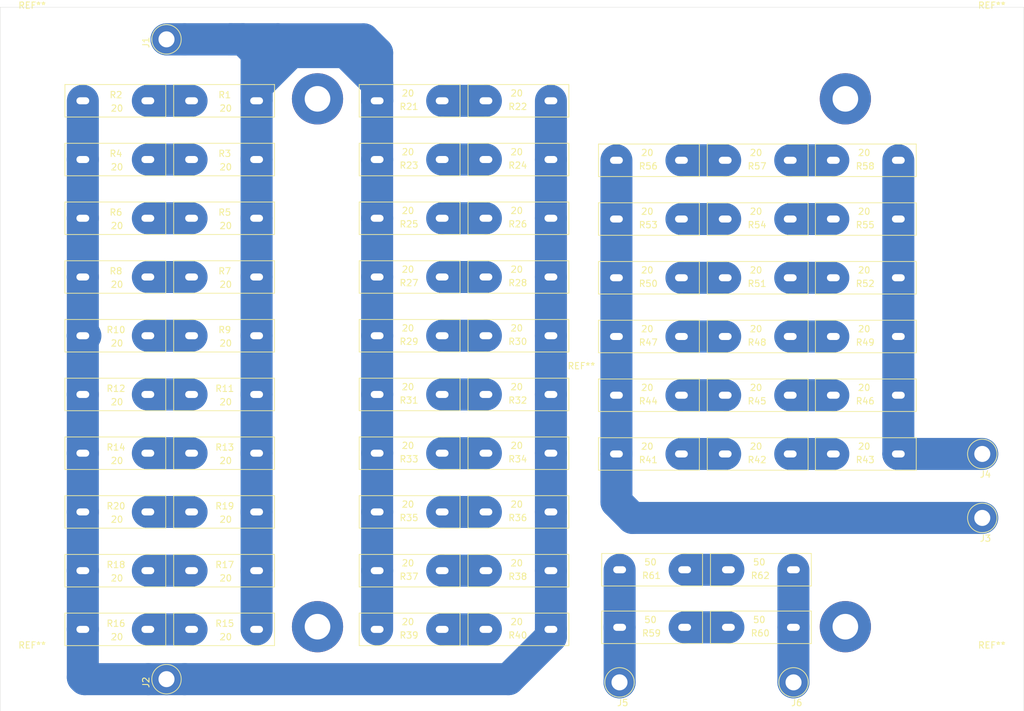
<source format=kicad_pcb>
(kicad_pcb (version 20171130) (host pcbnew "(5.1.0)-1")

  (general
    (thickness 1.6)
    (drawings 4)
    (tracks 107)
    (zones 0)
    (modules 73)
    (nets 41)
  )

  (page A4)
  (layers
    (0 F.Cu signal)
    (31 B.Cu signal)
    (32 B.Adhes user)
    (33 F.Adhes user)
    (34 B.Paste user)
    (35 F.Paste user)
    (36 B.SilkS user)
    (37 F.SilkS user)
    (38 B.Mask user)
    (39 F.Mask user)
    (40 Dwgs.User user)
    (41 Cmts.User user)
    (42 Eco1.User user)
    (43 Eco2.User user)
    (44 Edge.Cuts user)
    (45 Margin user)
    (46 B.CrtYd user)
    (47 F.CrtYd user)
    (48 B.Fab user)
    (49 F.Fab user hide)
  )

  (setup
    (last_trace_width 0.25)
    (trace_clearance 0.2)
    (zone_clearance 0.508)
    (zone_45_only no)
    (trace_min 0.2)
    (via_size 0.8)
    (via_drill 0.4)
    (via_min_size 0.4)
    (via_min_drill 0.3)
    (uvia_size 0.3)
    (uvia_drill 0.1)
    (uvias_allowed no)
    (uvia_min_size 0.2)
    (uvia_min_drill 0.1)
    (edge_width 0.05)
    (segment_width 0.2)
    (pcb_text_width 0.3)
    (pcb_text_size 1.5 1.5)
    (mod_edge_width 0.12)
    (mod_text_size 1 1)
    (mod_text_width 0.15)
    (pad_size 1.524 1.524)
    (pad_drill 0.762)
    (pad_to_mask_clearance 0.051)
    (solder_mask_min_width 0.25)
    (aux_axis_origin 0 0)
    (visible_elements 7FFFFFFF)
    (pcbplotparams
      (layerselection 0x010fc_ffffffff)
      (usegerberextensions false)
      (usegerberattributes false)
      (usegerberadvancedattributes false)
      (creategerberjobfile false)
      (excludeedgelayer true)
      (linewidth 0.100000)
      (plotframeref false)
      (viasonmask false)
      (mode 1)
      (useauxorigin false)
      (hpglpennumber 1)
      (hpglpenspeed 20)
      (hpglpendiameter 15.000000)
      (psnegative false)
      (psa4output false)
      (plotreference true)
      (plotvalue true)
      (plotinvisibletext false)
      (padsonsilk false)
      (subtractmaskfromsilk false)
      (outputformat 1)
      (mirror false)
      (drillshape 1)
      (scaleselection 1)
      (outputdirectory ""))
  )

  (net 0 "")
  (net 1 "Net-(J1-Pad1)")
  (net 2 "Net-(J2-Pad1)")
  (net 3 "Net-(R1-Pad2)")
  (net 4 "Net-(R3-Pad2)")
  (net 5 "Net-(R5-Pad2)")
  (net 6 "Net-(R7-Pad2)")
  (net 7 "Net-(R10-Pad1)")
  (net 8 "Net-(R11-Pad2)")
  (net 9 "Net-(R13-Pad2)")
  (net 10 "Net-(R15-Pad2)")
  (net 11 "Net-(R17-Pad2)")
  (net 12 "Net-(R19-Pad2)")
  (net 13 "Net-(R21-Pad2)")
  (net 14 "Net-(R23-Pad2)")
  (net 15 "Net-(R25-Pad2)")
  (net 16 "Net-(R27-Pad2)")
  (net 17 "Net-(R29-Pad2)")
  (net 18 "Net-(R31-Pad2)")
  (net 19 "Net-(R33-Pad2)")
  (net 20 "Net-(R35-Pad2)")
  (net 21 "Net-(R37-Pad2)")
  (net 22 "Net-(R39-Pad2)")
  (net 23 "Net-(J3-Pad1)")
  (net 24 "Net-(J4-Pad1)")
  (net 25 "Net-(J5-Pad1)")
  (net 26 "Net-(J6-Pad1)")
  (net 27 "Net-(R41-Pad2)")
  (net 28 "Net-(R42-Pad2)")
  (net 29 "Net-(R44-Pad2)")
  (net 30 "Net-(R45-Pad2)")
  (net 31 "Net-(R47-Pad2)")
  (net 32 "Net-(R48-Pad2)")
  (net 33 "Net-(R50-Pad2)")
  (net 34 "Net-(R51-Pad2)")
  (net 35 "Net-(R53-Pad2)")
  (net 36 "Net-(R54-Pad2)")
  (net 37 "Net-(R56-Pad2)")
  (net 38 "Net-(R57-Pad2)")
  (net 39 "Net-(R59-Pad2)")
  (net 40 "Net-(R61-Pad2)")

  (net_class Default "This is the default net class."
    (clearance 0.2)
    (trace_width 0.25)
    (via_dia 0.8)
    (via_drill 0.4)
    (uvia_dia 0.3)
    (uvia_drill 0.1)
  )

  (net_class Power ""
    (clearance 3)
    (trace_width 5)
    (via_dia 0.8)
    (via_drill 0.4)
    (uvia_dia 0.3)
    (uvia_drill 0.1)
    (add_net "Net-(J1-Pad1)")
    (add_net "Net-(J2-Pad1)")
    (add_net "Net-(J3-Pad1)")
    (add_net "Net-(J4-Pad1)")
    (add_net "Net-(J5-Pad1)")
    (add_net "Net-(J6-Pad1)")
    (add_net "Net-(R1-Pad2)")
    (add_net "Net-(R10-Pad1)")
    (add_net "Net-(R11-Pad2)")
    (add_net "Net-(R13-Pad2)")
    (add_net "Net-(R15-Pad2)")
    (add_net "Net-(R17-Pad2)")
    (add_net "Net-(R19-Pad2)")
    (add_net "Net-(R21-Pad2)")
    (add_net "Net-(R23-Pad2)")
    (add_net "Net-(R25-Pad2)")
    (add_net "Net-(R27-Pad2)")
    (add_net "Net-(R29-Pad2)")
    (add_net "Net-(R3-Pad2)")
    (add_net "Net-(R31-Pad2)")
    (add_net "Net-(R33-Pad2)")
    (add_net "Net-(R35-Pad2)")
    (add_net "Net-(R37-Pad2)")
    (add_net "Net-(R39-Pad2)")
    (add_net "Net-(R41-Pad2)")
    (add_net "Net-(R42-Pad2)")
    (add_net "Net-(R44-Pad2)")
    (add_net "Net-(R45-Pad2)")
    (add_net "Net-(R47-Pad2)")
    (add_net "Net-(R48-Pad2)")
    (add_net "Net-(R5-Pad2)")
    (add_net "Net-(R50-Pad2)")
    (add_net "Net-(R51-Pad2)")
    (add_net "Net-(R53-Pad2)")
    (add_net "Net-(R54-Pad2)")
    (add_net "Net-(R56-Pad2)")
    (add_net "Net-(R57-Pad2)")
    (add_net "Net-(R59-Pad2)")
    (add_net "Net-(R61-Pad2)")
    (add_net "Net-(R7-Pad2)")
  )

  (module custom_footprint:Fan_92mm (layer F.Cu) (tedit 5CD96DDC) (tstamp 5CDA4467)
    (at 121.85 90.55)
    (fp_text reference REF** (at 0 0.5) (layer F.SilkS)
      (effects (font (size 1 1) (thickness 0.15)))
    )
    (fp_text value Fan_92mm (at 0 -0.5) (layer F.Fab)
      (effects (font (size 1 1) (thickness 0.15)))
    )
    (fp_circle (center 41.25 -41.25) (end 41.25 -37.25) (layer F.CrtYd) (width 0.12))
    (fp_circle (center 41.25 41.25) (end 37.25 41.25) (layer F.CrtYd) (width 0.12))
    (fp_circle (center -41.25 41.25) (end -41.25 37.25) (layer F.CrtYd) (width 0.12))
    (fp_circle (center -41.25 -41.25) (end -37.25 -41.25) (layer F.CrtYd) (width 0.12))
    (fp_line (start -46 46) (end -46 -46) (layer F.Fab) (width 0.12))
    (fp_line (start 46 46) (end -46 46) (layer F.Fab) (width 0.12))
    (fp_line (start 46 -46) (end 46 46) (layer F.Fab) (width 0.12))
    (fp_line (start -46 -46) (end 46 -46) (layer F.Fab) (width 0.12))
    (pad 1 thru_hole circle (at 41.25 -41.25 270) (size 8 8) (drill 4) (layers *.Cu *.Mask))
    (pad 1 thru_hole circle (at 41.25 41.25 180) (size 8 8) (drill 4) (layers *.Cu *.Mask))
    (pad 1 thru_hole circle (at -41.25 41.25 90) (size 8 8) (drill 4) (layers *.Cu *.Mask))
    (pad 1 thru_hole circle (at -41.25 -41.25) (size 8 8) (drill 4) (layers *.Cu *.Mask))
  )

  (module custom_footprint:LTO100 (layer F.Cu) (tedit 5CD9592E) (tstamp 5CD9F4E6)
    (at 149.9 122.9)
    (path /5CDA7F18)
    (fp_text reference R62 (at -0.1 0.92) (layer F.SilkS)
      (effects (font (size 1 1) (thickness 0.15)))
    )
    (fp_text value 50 (at -0.26 -1.18) (layer F.SilkS)
      (effects (font (size 1 1) (thickness 0.15)))
    )
    (fp_line (start -7.88 2.54) (end -7.88 -2.54) (layer F.SilkS) (width 0.12))
    (fp_line (start 7.88 2.54) (end 7.88 -2.54) (layer F.SilkS) (width 0.12))
    (fp_line (start -7.88 -2.54) (end 7.88 -2.54) (layer F.SilkS) (width 0.12))
    (fp_line (start 7.88 2.54) (end -7.88 2.54) (layer F.SilkS) (width 0.12))
    (fp_line (start -7.88 2.54) (end -7.88 -2.54) (layer F.CrtYd) (width 0.12))
    (fp_line (start 7.88 2.54) (end -7.88 2.54) (layer F.CrtYd) (width 0.12))
    (fp_line (start 7.88 2.54) (end 7.88 -2.54) (layer F.CrtYd) (width 0.12))
    (fp_line (start -7.88 -2.54) (end 7.88 -2.54) (layer F.CrtYd) (width 0.12))
    (pad 2 thru_hole oval (at 5.08 0) (size 4 5) (drill oval 2 1.1) (layers *.Cu *.Mask)
      (net 26 "Net-(J6-Pad1)"))
    (pad 1 thru_hole oval (at -5.08 0) (size 4 5) (drill oval 2 1.1) (layers *.Cu *.Mask)
      (net 40 "Net-(R61-Pad2)"))
    (model ${KISYS3DMOD}/Package_TO_SOT_THT.3dshapes/TO-247-2_Vertical.step
      (offset (xyz -5.5 0 0))
      (scale (xyz 1 1 1))
      (rotate (xyz 0 0 0))
    )
  )

  (module custom_footprint:LTO100 (layer F.Cu) (tedit 5CD9592E) (tstamp 5CD9F4CF)
    (at 132.9 122.9)
    (path /5CDA796A)
    (fp_text reference R61 (at -0.1 0.92) (layer F.SilkS)
      (effects (font (size 1 1) (thickness 0.15)))
    )
    (fp_text value 50 (at -0.26 -1.18) (layer F.SilkS)
      (effects (font (size 1 1) (thickness 0.15)))
    )
    (fp_line (start -7.88 2.54) (end -7.88 -2.54) (layer F.SilkS) (width 0.12))
    (fp_line (start 7.88 2.54) (end 7.88 -2.54) (layer F.SilkS) (width 0.12))
    (fp_line (start -7.88 -2.54) (end 7.88 -2.54) (layer F.SilkS) (width 0.12))
    (fp_line (start 7.88 2.54) (end -7.88 2.54) (layer F.SilkS) (width 0.12))
    (fp_line (start -7.88 2.54) (end -7.88 -2.54) (layer F.CrtYd) (width 0.12))
    (fp_line (start 7.88 2.54) (end -7.88 2.54) (layer F.CrtYd) (width 0.12))
    (fp_line (start 7.88 2.54) (end 7.88 -2.54) (layer F.CrtYd) (width 0.12))
    (fp_line (start -7.88 -2.54) (end 7.88 -2.54) (layer F.CrtYd) (width 0.12))
    (pad 2 thru_hole oval (at 5.08 0) (size 4 5) (drill oval 2 1.1) (layers *.Cu *.Mask)
      (net 40 "Net-(R61-Pad2)"))
    (pad 1 thru_hole oval (at -5.08 0) (size 4 5) (drill oval 2 1.1) (layers *.Cu *.Mask)
      (net 25 "Net-(J5-Pad1)"))
    (model ${KISYS3DMOD}/Package_TO_SOT_THT.3dshapes/TO-247-2_Vertical.step
      (offset (xyz -5.5 0 0))
      (scale (xyz 1 1 1))
      (rotate (xyz 0 0 0))
    )
  )

  (module custom_footprint:LTO100 (layer F.Cu) (tedit 5CD9592E) (tstamp 5CD9F4B8)
    (at 149.9 131.9)
    (path /5CDA7BB2)
    (fp_text reference R60 (at -0.1 0.92) (layer F.SilkS)
      (effects (font (size 1 1) (thickness 0.15)))
    )
    (fp_text value 50 (at -0.26 -1.18) (layer F.SilkS)
      (effects (font (size 1 1) (thickness 0.15)))
    )
    (fp_line (start -7.88 2.54) (end -7.88 -2.54) (layer F.SilkS) (width 0.12))
    (fp_line (start 7.88 2.54) (end 7.88 -2.54) (layer F.SilkS) (width 0.12))
    (fp_line (start -7.88 -2.54) (end 7.88 -2.54) (layer F.SilkS) (width 0.12))
    (fp_line (start 7.88 2.54) (end -7.88 2.54) (layer F.SilkS) (width 0.12))
    (fp_line (start -7.88 2.54) (end -7.88 -2.54) (layer F.CrtYd) (width 0.12))
    (fp_line (start 7.88 2.54) (end -7.88 2.54) (layer F.CrtYd) (width 0.12))
    (fp_line (start 7.88 2.54) (end 7.88 -2.54) (layer F.CrtYd) (width 0.12))
    (fp_line (start -7.88 -2.54) (end 7.88 -2.54) (layer F.CrtYd) (width 0.12))
    (pad 2 thru_hole oval (at 5.08 0) (size 4 5) (drill oval 2 1.1) (layers *.Cu *.Mask)
      (net 26 "Net-(J6-Pad1)"))
    (pad 1 thru_hole oval (at -5.08 0) (size 4 5) (drill oval 2 1.1) (layers *.Cu *.Mask)
      (net 39 "Net-(R59-Pad2)"))
    (model ${KISYS3DMOD}/Package_TO_SOT_THT.3dshapes/TO-247-2_Vertical.step
      (offset (xyz -5.5 0 0))
      (scale (xyz 1 1 1))
      (rotate (xyz 0 0 0))
    )
  )

  (module custom_footprint:LTO100 (layer F.Cu) (tedit 5CD9592E) (tstamp 5CD9F4A1)
    (at 132.9 131.9)
    (path /5CDA70BD)
    (fp_text reference R59 (at -0.1 0.92) (layer F.SilkS)
      (effects (font (size 1 1) (thickness 0.15)))
    )
    (fp_text value 50 (at -0.26 -1.18) (layer F.SilkS)
      (effects (font (size 1 1) (thickness 0.15)))
    )
    (fp_line (start -7.88 2.54) (end -7.88 -2.54) (layer F.SilkS) (width 0.12))
    (fp_line (start 7.88 2.54) (end 7.88 -2.54) (layer F.SilkS) (width 0.12))
    (fp_line (start -7.88 -2.54) (end 7.88 -2.54) (layer F.SilkS) (width 0.12))
    (fp_line (start 7.88 2.54) (end -7.88 2.54) (layer F.SilkS) (width 0.12))
    (fp_line (start -7.88 2.54) (end -7.88 -2.54) (layer F.CrtYd) (width 0.12))
    (fp_line (start 7.88 2.54) (end -7.88 2.54) (layer F.CrtYd) (width 0.12))
    (fp_line (start 7.88 2.54) (end 7.88 -2.54) (layer F.CrtYd) (width 0.12))
    (fp_line (start -7.88 -2.54) (end 7.88 -2.54) (layer F.CrtYd) (width 0.12))
    (pad 2 thru_hole oval (at 5.08 0) (size 4 5) (drill oval 2 1.1) (layers *.Cu *.Mask)
      (net 39 "Net-(R59-Pad2)"))
    (pad 1 thru_hole oval (at -5.08 0) (size 4 5) (drill oval 2 1.1) (layers *.Cu *.Mask)
      (net 25 "Net-(J5-Pad1)"))
    (model ${KISYS3DMOD}/Package_TO_SOT_THT.3dshapes/TO-247-2_Vertical.step
      (offset (xyz -5.5 0 0))
      (scale (xyz 1 1 1))
      (rotate (xyz 0 0 0))
    )
  )

  (module custom_footprint:LTO100 (layer F.Cu) (tedit 5CD9592E) (tstamp 5CD9F48A)
    (at 166.3 58.904721)
    (path /5CDB5737)
    (fp_text reference R58 (at -0.1 0.92) (layer F.SilkS)
      (effects (font (size 1 1) (thickness 0.15)))
    )
    (fp_text value 20 (at -0.26 -1.18) (layer F.SilkS)
      (effects (font (size 1 1) (thickness 0.15)))
    )
    (fp_line (start -7.88 2.54) (end -7.88 -2.54) (layer F.SilkS) (width 0.12))
    (fp_line (start 7.88 2.54) (end 7.88 -2.54) (layer F.SilkS) (width 0.12))
    (fp_line (start -7.88 -2.54) (end 7.88 -2.54) (layer F.SilkS) (width 0.12))
    (fp_line (start 7.88 2.54) (end -7.88 2.54) (layer F.SilkS) (width 0.12))
    (fp_line (start -7.88 2.54) (end -7.88 -2.54) (layer F.CrtYd) (width 0.12))
    (fp_line (start 7.88 2.54) (end -7.88 2.54) (layer F.CrtYd) (width 0.12))
    (fp_line (start 7.88 2.54) (end 7.88 -2.54) (layer F.CrtYd) (width 0.12))
    (fp_line (start -7.88 -2.54) (end 7.88 -2.54) (layer F.CrtYd) (width 0.12))
    (pad 2 thru_hole oval (at 5.08 0) (size 4 5) (drill oval 2 1.1) (layers *.Cu *.Mask)
      (net 24 "Net-(J4-Pad1)"))
    (pad 1 thru_hole oval (at -5.08 0) (size 4 5) (drill oval 2 1.1) (layers *.Cu *.Mask)
      (net 38 "Net-(R57-Pad2)"))
    (model ${KISYS3DMOD}/Package_TO_SOT_THT.3dshapes/TO-247-2_Vertical.step
      (offset (xyz -5.5 0 0))
      (scale (xyz 1 1 1))
      (rotate (xyz 0 0 0))
    )
  )

  (module custom_footprint:LTO100 (layer F.Cu) (tedit 5CD9592E) (tstamp 5CD9F473)
    (at 149.4 58.904721)
    (path /5CDB5731)
    (fp_text reference R57 (at -0.1 0.92) (layer F.SilkS)
      (effects (font (size 1 1) (thickness 0.15)))
    )
    (fp_text value 20 (at -0.26 -1.18) (layer F.SilkS)
      (effects (font (size 1 1) (thickness 0.15)))
    )
    (fp_line (start -7.88 2.54) (end -7.88 -2.54) (layer F.SilkS) (width 0.12))
    (fp_line (start 7.88 2.54) (end 7.88 -2.54) (layer F.SilkS) (width 0.12))
    (fp_line (start -7.88 -2.54) (end 7.88 -2.54) (layer F.SilkS) (width 0.12))
    (fp_line (start 7.88 2.54) (end -7.88 2.54) (layer F.SilkS) (width 0.12))
    (fp_line (start -7.88 2.54) (end -7.88 -2.54) (layer F.CrtYd) (width 0.12))
    (fp_line (start 7.88 2.54) (end -7.88 2.54) (layer F.CrtYd) (width 0.12))
    (fp_line (start 7.88 2.54) (end 7.88 -2.54) (layer F.CrtYd) (width 0.12))
    (fp_line (start -7.88 -2.54) (end 7.88 -2.54) (layer F.CrtYd) (width 0.12))
    (pad 2 thru_hole oval (at 5.08 0) (size 4 5) (drill oval 2 1.1) (layers *.Cu *.Mask)
      (net 38 "Net-(R57-Pad2)"))
    (pad 1 thru_hole oval (at -5.08 0) (size 4 5) (drill oval 2 1.1) (layers *.Cu *.Mask)
      (net 37 "Net-(R56-Pad2)"))
    (model ${KISYS3DMOD}/Package_TO_SOT_THT.3dshapes/TO-247-2_Vertical.step
      (offset (xyz -5.5 0 0))
      (scale (xyz 1 1 1))
      (rotate (xyz 0 0 0))
    )
  )

  (module custom_footprint:LTO100 (layer F.Cu) (tedit 5CD9592E) (tstamp 5CD9F45C)
    (at 132.4 58.904721)
    (path /5CDB572B)
    (fp_text reference R56 (at -0.1 0.92) (layer F.SilkS)
      (effects (font (size 1 1) (thickness 0.15)))
    )
    (fp_text value 20 (at -0.26 -1.18) (layer F.SilkS)
      (effects (font (size 1 1) (thickness 0.15)))
    )
    (fp_line (start -7.88 2.54) (end -7.88 -2.54) (layer F.SilkS) (width 0.12))
    (fp_line (start 7.88 2.54) (end 7.88 -2.54) (layer F.SilkS) (width 0.12))
    (fp_line (start -7.88 -2.54) (end 7.88 -2.54) (layer F.SilkS) (width 0.12))
    (fp_line (start 7.88 2.54) (end -7.88 2.54) (layer F.SilkS) (width 0.12))
    (fp_line (start -7.88 2.54) (end -7.88 -2.54) (layer F.CrtYd) (width 0.12))
    (fp_line (start 7.88 2.54) (end -7.88 2.54) (layer F.CrtYd) (width 0.12))
    (fp_line (start 7.88 2.54) (end 7.88 -2.54) (layer F.CrtYd) (width 0.12))
    (fp_line (start -7.88 -2.54) (end 7.88 -2.54) (layer F.CrtYd) (width 0.12))
    (pad 2 thru_hole oval (at 5.08 0) (size 4 5) (drill oval 2 1.1) (layers *.Cu *.Mask)
      (net 37 "Net-(R56-Pad2)"))
    (pad 1 thru_hole oval (at -5.08 0) (size 4 5) (drill oval 2 1.1) (layers *.Cu *.Mask)
      (net 23 "Net-(J3-Pad1)"))
    (model ${KISYS3DMOD}/Package_TO_SOT_THT.3dshapes/TO-247-2_Vertical.step
      (offset (xyz -5.5 0 0))
      (scale (xyz 1 1 1))
      (rotate (xyz 0 0 0))
    )
  )

  (module custom_footprint:LTO100 (layer F.Cu) (tedit 5CD9592E) (tstamp 5CD9F445)
    (at 166.3 68.084442)
    (path /5CDB5723)
    (fp_text reference R55 (at -0.1 0.92) (layer F.SilkS)
      (effects (font (size 1 1) (thickness 0.15)))
    )
    (fp_text value 20 (at -0.26 -1.18) (layer F.SilkS)
      (effects (font (size 1 1) (thickness 0.15)))
    )
    (fp_line (start -7.88 2.54) (end -7.88 -2.54) (layer F.SilkS) (width 0.12))
    (fp_line (start 7.88 2.54) (end 7.88 -2.54) (layer F.SilkS) (width 0.12))
    (fp_line (start -7.88 -2.54) (end 7.88 -2.54) (layer F.SilkS) (width 0.12))
    (fp_line (start 7.88 2.54) (end -7.88 2.54) (layer F.SilkS) (width 0.12))
    (fp_line (start -7.88 2.54) (end -7.88 -2.54) (layer F.CrtYd) (width 0.12))
    (fp_line (start 7.88 2.54) (end -7.88 2.54) (layer F.CrtYd) (width 0.12))
    (fp_line (start 7.88 2.54) (end 7.88 -2.54) (layer F.CrtYd) (width 0.12))
    (fp_line (start -7.88 -2.54) (end 7.88 -2.54) (layer F.CrtYd) (width 0.12))
    (pad 2 thru_hole oval (at 5.08 0) (size 4 5) (drill oval 2 1.1) (layers *.Cu *.Mask)
      (net 24 "Net-(J4-Pad1)"))
    (pad 1 thru_hole oval (at -5.08 0) (size 4 5) (drill oval 2 1.1) (layers *.Cu *.Mask)
      (net 36 "Net-(R54-Pad2)"))
    (model ${KISYS3DMOD}/Package_TO_SOT_THT.3dshapes/TO-247-2_Vertical.step
      (offset (xyz -5.5 0 0))
      (scale (xyz 1 1 1))
      (rotate (xyz 0 0 0))
    )
  )

  (module custom_footprint:LTO100 (layer F.Cu) (tedit 5CD9592E) (tstamp 5CD9F42E)
    (at 149.4 68.084442)
    (path /5CDB571D)
    (fp_text reference R54 (at -0.1 0.92) (layer F.SilkS)
      (effects (font (size 1 1) (thickness 0.15)))
    )
    (fp_text value 20 (at -0.26 -1.18) (layer F.SilkS)
      (effects (font (size 1 1) (thickness 0.15)))
    )
    (fp_line (start -7.88 2.54) (end -7.88 -2.54) (layer F.SilkS) (width 0.12))
    (fp_line (start 7.88 2.54) (end 7.88 -2.54) (layer F.SilkS) (width 0.12))
    (fp_line (start -7.88 -2.54) (end 7.88 -2.54) (layer F.SilkS) (width 0.12))
    (fp_line (start 7.88 2.54) (end -7.88 2.54) (layer F.SilkS) (width 0.12))
    (fp_line (start -7.88 2.54) (end -7.88 -2.54) (layer F.CrtYd) (width 0.12))
    (fp_line (start 7.88 2.54) (end -7.88 2.54) (layer F.CrtYd) (width 0.12))
    (fp_line (start 7.88 2.54) (end 7.88 -2.54) (layer F.CrtYd) (width 0.12))
    (fp_line (start -7.88 -2.54) (end 7.88 -2.54) (layer F.CrtYd) (width 0.12))
    (pad 2 thru_hole oval (at 5.08 0) (size 4 5) (drill oval 2 1.1) (layers *.Cu *.Mask)
      (net 36 "Net-(R54-Pad2)"))
    (pad 1 thru_hole oval (at -5.08 0) (size 4 5) (drill oval 2 1.1) (layers *.Cu *.Mask)
      (net 35 "Net-(R53-Pad2)"))
    (model ${KISYS3DMOD}/Package_TO_SOT_THT.3dshapes/TO-247-2_Vertical.step
      (offset (xyz -5.5 0 0))
      (scale (xyz 1 1 1))
      (rotate (xyz 0 0 0))
    )
  )

  (module custom_footprint:LTO100 (layer F.Cu) (tedit 5CD9592E) (tstamp 5CD9F417)
    (at 132.4 68.084442)
    (path /5CDB5717)
    (fp_text reference R53 (at -0.1 0.92) (layer F.SilkS)
      (effects (font (size 1 1) (thickness 0.15)))
    )
    (fp_text value 20 (at -0.26 -1.18) (layer F.SilkS)
      (effects (font (size 1 1) (thickness 0.15)))
    )
    (fp_line (start -7.88 2.54) (end -7.88 -2.54) (layer F.SilkS) (width 0.12))
    (fp_line (start 7.88 2.54) (end 7.88 -2.54) (layer F.SilkS) (width 0.12))
    (fp_line (start -7.88 -2.54) (end 7.88 -2.54) (layer F.SilkS) (width 0.12))
    (fp_line (start 7.88 2.54) (end -7.88 2.54) (layer F.SilkS) (width 0.12))
    (fp_line (start -7.88 2.54) (end -7.88 -2.54) (layer F.CrtYd) (width 0.12))
    (fp_line (start 7.88 2.54) (end -7.88 2.54) (layer F.CrtYd) (width 0.12))
    (fp_line (start 7.88 2.54) (end 7.88 -2.54) (layer F.CrtYd) (width 0.12))
    (fp_line (start -7.88 -2.54) (end 7.88 -2.54) (layer F.CrtYd) (width 0.12))
    (pad 2 thru_hole oval (at 5.08 0) (size 4 5) (drill oval 2 1.1) (layers *.Cu *.Mask)
      (net 35 "Net-(R53-Pad2)"))
    (pad 1 thru_hole oval (at -5.08 0) (size 4 5) (drill oval 2 1.1) (layers *.Cu *.Mask)
      (net 23 "Net-(J3-Pad1)"))
    (model ${KISYS3DMOD}/Package_TO_SOT_THT.3dshapes/TO-247-2_Vertical.step
      (offset (xyz -5.5 0 0))
      (scale (xyz 1 1 1))
      (rotate (xyz 0 0 0))
    )
  )

  (module custom_footprint:LTO100 (layer F.Cu) (tedit 5CD9592E) (tstamp 5CD9F400)
    (at 166.3 77.264163)
    (path /5CDAE460)
    (fp_text reference R52 (at -0.1 0.92) (layer F.SilkS)
      (effects (font (size 1 1) (thickness 0.15)))
    )
    (fp_text value 20 (at -0.26 -1.18) (layer F.SilkS)
      (effects (font (size 1 1) (thickness 0.15)))
    )
    (fp_line (start -7.88 2.54) (end -7.88 -2.54) (layer F.SilkS) (width 0.12))
    (fp_line (start 7.88 2.54) (end 7.88 -2.54) (layer F.SilkS) (width 0.12))
    (fp_line (start -7.88 -2.54) (end 7.88 -2.54) (layer F.SilkS) (width 0.12))
    (fp_line (start 7.88 2.54) (end -7.88 2.54) (layer F.SilkS) (width 0.12))
    (fp_line (start -7.88 2.54) (end -7.88 -2.54) (layer F.CrtYd) (width 0.12))
    (fp_line (start 7.88 2.54) (end -7.88 2.54) (layer F.CrtYd) (width 0.12))
    (fp_line (start 7.88 2.54) (end 7.88 -2.54) (layer F.CrtYd) (width 0.12))
    (fp_line (start -7.88 -2.54) (end 7.88 -2.54) (layer F.CrtYd) (width 0.12))
    (pad 2 thru_hole oval (at 5.08 0) (size 4 5) (drill oval 2 1.1) (layers *.Cu *.Mask)
      (net 24 "Net-(J4-Pad1)"))
    (pad 1 thru_hole oval (at -5.08 0) (size 4 5) (drill oval 2 1.1) (layers *.Cu *.Mask)
      (net 34 "Net-(R51-Pad2)"))
    (model ${KISYS3DMOD}/Package_TO_SOT_THT.3dshapes/TO-247-2_Vertical.step
      (offset (xyz -5.5 0 0))
      (scale (xyz 1 1 1))
      (rotate (xyz 0 0 0))
    )
  )

  (module custom_footprint:LTO100 (layer F.Cu) (tedit 5CD9592E) (tstamp 5CD9F3E9)
    (at 149.4 77.264163)
    (path /5CDAE45A)
    (fp_text reference R51 (at -0.1 0.92) (layer F.SilkS)
      (effects (font (size 1 1) (thickness 0.15)))
    )
    (fp_text value 20 (at -0.26 -1.18) (layer F.SilkS)
      (effects (font (size 1 1) (thickness 0.15)))
    )
    (fp_line (start -7.88 2.54) (end -7.88 -2.54) (layer F.SilkS) (width 0.12))
    (fp_line (start 7.88 2.54) (end 7.88 -2.54) (layer F.SilkS) (width 0.12))
    (fp_line (start -7.88 -2.54) (end 7.88 -2.54) (layer F.SilkS) (width 0.12))
    (fp_line (start 7.88 2.54) (end -7.88 2.54) (layer F.SilkS) (width 0.12))
    (fp_line (start -7.88 2.54) (end -7.88 -2.54) (layer F.CrtYd) (width 0.12))
    (fp_line (start 7.88 2.54) (end -7.88 2.54) (layer F.CrtYd) (width 0.12))
    (fp_line (start 7.88 2.54) (end 7.88 -2.54) (layer F.CrtYd) (width 0.12))
    (fp_line (start -7.88 -2.54) (end 7.88 -2.54) (layer F.CrtYd) (width 0.12))
    (pad 2 thru_hole oval (at 5.08 0) (size 4 5) (drill oval 2 1.1) (layers *.Cu *.Mask)
      (net 34 "Net-(R51-Pad2)"))
    (pad 1 thru_hole oval (at -5.08 0) (size 4 5) (drill oval 2 1.1) (layers *.Cu *.Mask)
      (net 33 "Net-(R50-Pad2)"))
    (model ${KISYS3DMOD}/Package_TO_SOT_THT.3dshapes/TO-247-2_Vertical.step
      (offset (xyz -5.5 0 0))
      (scale (xyz 1 1 1))
      (rotate (xyz 0 0 0))
    )
  )

  (module custom_footprint:LTO100 (layer F.Cu) (tedit 5CD9592E) (tstamp 5CDA07B6)
    (at 132.4 77.264163)
    (path /5CDAE454)
    (fp_text reference R50 (at -0.1 0.92) (layer F.SilkS)
      (effects (font (size 1 1) (thickness 0.15)))
    )
    (fp_text value 20 (at -0.26 -1.18) (layer F.SilkS)
      (effects (font (size 1 1) (thickness 0.15)))
    )
    (fp_line (start -7.88 2.54) (end -7.88 -2.54) (layer F.SilkS) (width 0.12))
    (fp_line (start 7.88 2.54) (end 7.88 -2.54) (layer F.SilkS) (width 0.12))
    (fp_line (start -7.88 -2.54) (end 7.88 -2.54) (layer F.SilkS) (width 0.12))
    (fp_line (start 7.88 2.54) (end -7.88 2.54) (layer F.SilkS) (width 0.12))
    (fp_line (start -7.88 2.54) (end -7.88 -2.54) (layer F.CrtYd) (width 0.12))
    (fp_line (start 7.88 2.54) (end -7.88 2.54) (layer F.CrtYd) (width 0.12))
    (fp_line (start 7.88 2.54) (end 7.88 -2.54) (layer F.CrtYd) (width 0.12))
    (fp_line (start -7.88 -2.54) (end 7.88 -2.54) (layer F.CrtYd) (width 0.12))
    (pad 2 thru_hole oval (at 5.08 0) (size 4 5) (drill oval 2 1.1) (layers *.Cu *.Mask)
      (net 33 "Net-(R50-Pad2)"))
    (pad 1 thru_hole oval (at -5.08 0) (size 4 5) (drill oval 2 1.1) (layers *.Cu *.Mask)
      (net 23 "Net-(J3-Pad1)"))
    (model ${KISYS3DMOD}/Package_TO_SOT_THT.3dshapes/TO-247-2_Vertical.step
      (offset (xyz -5.5 0 0))
      (scale (xyz 1 1 1))
      (rotate (xyz 0 0 0))
    )
  )

  (module custom_footprint:LTO100 (layer F.Cu) (tedit 5CD9592E) (tstamp 5CD9F3BB)
    (at 166.3 86.443884)
    (path /5CDAE44C)
    (fp_text reference R49 (at -0.1 0.92) (layer F.SilkS)
      (effects (font (size 1 1) (thickness 0.15)))
    )
    (fp_text value 20 (at -0.26 -1.18) (layer F.SilkS)
      (effects (font (size 1 1) (thickness 0.15)))
    )
    (fp_line (start -7.88 2.54) (end -7.88 -2.54) (layer F.SilkS) (width 0.12))
    (fp_line (start 7.88 2.54) (end 7.88 -2.54) (layer F.SilkS) (width 0.12))
    (fp_line (start -7.88 -2.54) (end 7.88 -2.54) (layer F.SilkS) (width 0.12))
    (fp_line (start 7.88 2.54) (end -7.88 2.54) (layer F.SilkS) (width 0.12))
    (fp_line (start -7.88 2.54) (end -7.88 -2.54) (layer F.CrtYd) (width 0.12))
    (fp_line (start 7.88 2.54) (end -7.88 2.54) (layer F.CrtYd) (width 0.12))
    (fp_line (start 7.88 2.54) (end 7.88 -2.54) (layer F.CrtYd) (width 0.12))
    (fp_line (start -7.88 -2.54) (end 7.88 -2.54) (layer F.CrtYd) (width 0.12))
    (pad 2 thru_hole oval (at 5.08 0) (size 4 5) (drill oval 2 1.1) (layers *.Cu *.Mask)
      (net 24 "Net-(J4-Pad1)"))
    (pad 1 thru_hole oval (at -5.08 0) (size 4 5) (drill oval 2 1.1) (layers *.Cu *.Mask)
      (net 32 "Net-(R48-Pad2)"))
    (model ${KISYS3DMOD}/Package_TO_SOT_THT.3dshapes/TO-247-2_Vertical.step
      (offset (xyz -5.5 0 0))
      (scale (xyz 1 1 1))
      (rotate (xyz 0 0 0))
    )
  )

  (module custom_footprint:LTO100 (layer F.Cu) (tedit 5CD9592E) (tstamp 5CD9F3A4)
    (at 149.4 86.443884)
    (path /5CDAE446)
    (fp_text reference R48 (at -0.1 0.92) (layer F.SilkS)
      (effects (font (size 1 1) (thickness 0.15)))
    )
    (fp_text value 20 (at -0.26 -1.18) (layer F.SilkS)
      (effects (font (size 1 1) (thickness 0.15)))
    )
    (fp_line (start -7.88 2.54) (end -7.88 -2.54) (layer F.SilkS) (width 0.12))
    (fp_line (start 7.88 2.54) (end 7.88 -2.54) (layer F.SilkS) (width 0.12))
    (fp_line (start -7.88 -2.54) (end 7.88 -2.54) (layer F.SilkS) (width 0.12))
    (fp_line (start 7.88 2.54) (end -7.88 2.54) (layer F.SilkS) (width 0.12))
    (fp_line (start -7.88 2.54) (end -7.88 -2.54) (layer F.CrtYd) (width 0.12))
    (fp_line (start 7.88 2.54) (end -7.88 2.54) (layer F.CrtYd) (width 0.12))
    (fp_line (start 7.88 2.54) (end 7.88 -2.54) (layer F.CrtYd) (width 0.12))
    (fp_line (start -7.88 -2.54) (end 7.88 -2.54) (layer F.CrtYd) (width 0.12))
    (pad 2 thru_hole oval (at 5.08 0) (size 4 5) (drill oval 2 1.1) (layers *.Cu *.Mask)
      (net 32 "Net-(R48-Pad2)"))
    (pad 1 thru_hole oval (at -5.08 0) (size 4 5) (drill oval 2 1.1) (layers *.Cu *.Mask)
      (net 31 "Net-(R47-Pad2)"))
    (model ${KISYS3DMOD}/Package_TO_SOT_THT.3dshapes/TO-247-2_Vertical.step
      (offset (xyz -5.5 0 0))
      (scale (xyz 1 1 1))
      (rotate (xyz 0 0 0))
    )
  )

  (module custom_footprint:LTO100 (layer F.Cu) (tedit 5CD9592E) (tstamp 5CD9F38D)
    (at 132.4 86.443884)
    (path /5CDAE440)
    (fp_text reference R47 (at -0.1 0.92) (layer F.SilkS)
      (effects (font (size 1 1) (thickness 0.15)))
    )
    (fp_text value 20 (at -0.26 -1.18) (layer F.SilkS)
      (effects (font (size 1 1) (thickness 0.15)))
    )
    (fp_line (start -7.88 2.54) (end -7.88 -2.54) (layer F.SilkS) (width 0.12))
    (fp_line (start 7.88 2.54) (end 7.88 -2.54) (layer F.SilkS) (width 0.12))
    (fp_line (start -7.88 -2.54) (end 7.88 -2.54) (layer F.SilkS) (width 0.12))
    (fp_line (start 7.88 2.54) (end -7.88 2.54) (layer F.SilkS) (width 0.12))
    (fp_line (start -7.88 2.54) (end -7.88 -2.54) (layer F.CrtYd) (width 0.12))
    (fp_line (start 7.88 2.54) (end -7.88 2.54) (layer F.CrtYd) (width 0.12))
    (fp_line (start 7.88 2.54) (end 7.88 -2.54) (layer F.CrtYd) (width 0.12))
    (fp_line (start -7.88 -2.54) (end 7.88 -2.54) (layer F.CrtYd) (width 0.12))
    (pad 2 thru_hole oval (at 5.08 0) (size 4 5) (drill oval 2 1.1) (layers *.Cu *.Mask)
      (net 31 "Net-(R47-Pad2)"))
    (pad 1 thru_hole oval (at -5.08 0) (size 4 5) (drill oval 2 1.1) (layers *.Cu *.Mask)
      (net 23 "Net-(J3-Pad1)"))
    (model ${KISYS3DMOD}/Package_TO_SOT_THT.3dshapes/TO-247-2_Vertical.step
      (offset (xyz -5.5 0 0))
      (scale (xyz 1 1 1))
      (rotate (xyz 0 0 0))
    )
  )

  (module custom_footprint:LTO100 (layer F.Cu) (tedit 5CD9592E) (tstamp 5CD9F376)
    (at 166.3 95.623605)
    (path /5CDAA569)
    (fp_text reference R46 (at -0.1 0.92) (layer F.SilkS)
      (effects (font (size 1 1) (thickness 0.15)))
    )
    (fp_text value 20 (at -0.26 -1.18) (layer F.SilkS)
      (effects (font (size 1 1) (thickness 0.15)))
    )
    (fp_line (start -7.88 2.54) (end -7.88 -2.54) (layer F.SilkS) (width 0.12))
    (fp_line (start 7.88 2.54) (end 7.88 -2.54) (layer F.SilkS) (width 0.12))
    (fp_line (start -7.88 -2.54) (end 7.88 -2.54) (layer F.SilkS) (width 0.12))
    (fp_line (start 7.88 2.54) (end -7.88 2.54) (layer F.SilkS) (width 0.12))
    (fp_line (start -7.88 2.54) (end -7.88 -2.54) (layer F.CrtYd) (width 0.12))
    (fp_line (start 7.88 2.54) (end -7.88 2.54) (layer F.CrtYd) (width 0.12))
    (fp_line (start 7.88 2.54) (end 7.88 -2.54) (layer F.CrtYd) (width 0.12))
    (fp_line (start -7.88 -2.54) (end 7.88 -2.54) (layer F.CrtYd) (width 0.12))
    (pad 2 thru_hole oval (at 5.08 0) (size 4 5) (drill oval 2 1.1) (layers *.Cu *.Mask)
      (net 24 "Net-(J4-Pad1)"))
    (pad 1 thru_hole oval (at -5.08 0) (size 4 5) (drill oval 2 1.1) (layers *.Cu *.Mask)
      (net 30 "Net-(R45-Pad2)"))
    (model ${KISYS3DMOD}/Package_TO_SOT_THT.3dshapes/TO-247-2_Vertical.step
      (offset (xyz -5.5 0 0))
      (scale (xyz 1 1 1))
      (rotate (xyz 0 0 0))
    )
  )

  (module custom_footprint:LTO100 (layer F.Cu) (tedit 5CD9592E) (tstamp 5CD9F35F)
    (at 149.4 95.623605)
    (path /5CDAA563)
    (fp_text reference R45 (at -0.1 0.92) (layer F.SilkS)
      (effects (font (size 1 1) (thickness 0.15)))
    )
    (fp_text value 20 (at -0.26 -1.18) (layer F.SilkS)
      (effects (font (size 1 1) (thickness 0.15)))
    )
    (fp_line (start -7.88 2.54) (end -7.88 -2.54) (layer F.SilkS) (width 0.12))
    (fp_line (start 7.88 2.54) (end 7.88 -2.54) (layer F.SilkS) (width 0.12))
    (fp_line (start -7.88 -2.54) (end 7.88 -2.54) (layer F.SilkS) (width 0.12))
    (fp_line (start 7.88 2.54) (end -7.88 2.54) (layer F.SilkS) (width 0.12))
    (fp_line (start -7.88 2.54) (end -7.88 -2.54) (layer F.CrtYd) (width 0.12))
    (fp_line (start 7.88 2.54) (end -7.88 2.54) (layer F.CrtYd) (width 0.12))
    (fp_line (start 7.88 2.54) (end 7.88 -2.54) (layer F.CrtYd) (width 0.12))
    (fp_line (start -7.88 -2.54) (end 7.88 -2.54) (layer F.CrtYd) (width 0.12))
    (pad 2 thru_hole oval (at 5.08 0) (size 4 5) (drill oval 2 1.1) (layers *.Cu *.Mask)
      (net 30 "Net-(R45-Pad2)"))
    (pad 1 thru_hole oval (at -5.08 0) (size 4 5) (drill oval 2 1.1) (layers *.Cu *.Mask)
      (net 29 "Net-(R44-Pad2)"))
    (model ${KISYS3DMOD}/Package_TO_SOT_THT.3dshapes/TO-247-2_Vertical.step
      (offset (xyz -5.5 0 0))
      (scale (xyz 1 1 1))
      (rotate (xyz 0 0 0))
    )
  )

  (module custom_footprint:LTO100 (layer F.Cu) (tedit 5CD9592E) (tstamp 5CD9F348)
    (at 132.4 95.623605)
    (path /5CDAA55D)
    (fp_text reference R44 (at -0.1 0.92) (layer F.SilkS)
      (effects (font (size 1 1) (thickness 0.15)))
    )
    (fp_text value 20 (at -0.26 -1.18) (layer F.SilkS)
      (effects (font (size 1 1) (thickness 0.15)))
    )
    (fp_line (start -7.88 2.54) (end -7.88 -2.54) (layer F.SilkS) (width 0.12))
    (fp_line (start 7.88 2.54) (end 7.88 -2.54) (layer F.SilkS) (width 0.12))
    (fp_line (start -7.88 -2.54) (end 7.88 -2.54) (layer F.SilkS) (width 0.12))
    (fp_line (start 7.88 2.54) (end -7.88 2.54) (layer F.SilkS) (width 0.12))
    (fp_line (start -7.88 2.54) (end -7.88 -2.54) (layer F.CrtYd) (width 0.12))
    (fp_line (start 7.88 2.54) (end -7.88 2.54) (layer F.CrtYd) (width 0.12))
    (fp_line (start 7.88 2.54) (end 7.88 -2.54) (layer F.CrtYd) (width 0.12))
    (fp_line (start -7.88 -2.54) (end 7.88 -2.54) (layer F.CrtYd) (width 0.12))
    (pad 2 thru_hole oval (at 5.08 0) (size 4 5) (drill oval 2 1.1) (layers *.Cu *.Mask)
      (net 29 "Net-(R44-Pad2)"))
    (pad 1 thru_hole oval (at -5.08 0) (size 4 5) (drill oval 2 1.1) (layers *.Cu *.Mask)
      (net 23 "Net-(J3-Pad1)"))
    (model ${KISYS3DMOD}/Package_TO_SOT_THT.3dshapes/TO-247-2_Vertical.step
      (offset (xyz -5.5 0 0))
      (scale (xyz 1 1 1))
      (rotate (xyz 0 0 0))
    )
  )

  (module custom_footprint:LTO100 (layer F.Cu) (tedit 5CD9592E) (tstamp 5CD9F331)
    (at 166.3 104.803326)
    (path /5CDA8BA6)
    (fp_text reference R43 (at -0.1 0.92) (layer F.SilkS)
      (effects (font (size 1 1) (thickness 0.15)))
    )
    (fp_text value 20 (at -0.26 -1.18) (layer F.SilkS)
      (effects (font (size 1 1) (thickness 0.15)))
    )
    (fp_line (start -7.88 2.54) (end -7.88 -2.54) (layer F.SilkS) (width 0.12))
    (fp_line (start 7.88 2.54) (end 7.88 -2.54) (layer F.SilkS) (width 0.12))
    (fp_line (start -7.88 -2.54) (end 7.88 -2.54) (layer F.SilkS) (width 0.12))
    (fp_line (start 7.88 2.54) (end -7.88 2.54) (layer F.SilkS) (width 0.12))
    (fp_line (start -7.88 2.54) (end -7.88 -2.54) (layer F.CrtYd) (width 0.12))
    (fp_line (start 7.88 2.54) (end -7.88 2.54) (layer F.CrtYd) (width 0.12))
    (fp_line (start 7.88 2.54) (end 7.88 -2.54) (layer F.CrtYd) (width 0.12))
    (fp_line (start -7.88 -2.54) (end 7.88 -2.54) (layer F.CrtYd) (width 0.12))
    (pad 2 thru_hole oval (at 5.08 0) (size 4 5) (drill oval 2 1.1) (layers *.Cu *.Mask)
      (net 24 "Net-(J4-Pad1)"))
    (pad 1 thru_hole oval (at -5.08 0) (size 4 5) (drill oval 2 1.1) (layers *.Cu *.Mask)
      (net 28 "Net-(R42-Pad2)"))
    (model ${KISYS3DMOD}/Package_TO_SOT_THT.3dshapes/TO-247-2_Vertical.step
      (offset (xyz -5.5 0 0))
      (scale (xyz 1 1 1))
      (rotate (xyz 0 0 0))
    )
  )

  (module custom_footprint:LTO100 (layer F.Cu) (tedit 5CD9592E) (tstamp 5CD9F31A)
    (at 149.4 104.803326)
    (path /5CDA8A1F)
    (fp_text reference R42 (at -0.1 0.92) (layer F.SilkS)
      (effects (font (size 1 1) (thickness 0.15)))
    )
    (fp_text value 20 (at -0.26 -1.18) (layer F.SilkS)
      (effects (font (size 1 1) (thickness 0.15)))
    )
    (fp_line (start -7.88 2.54) (end -7.88 -2.54) (layer F.SilkS) (width 0.12))
    (fp_line (start 7.88 2.54) (end 7.88 -2.54) (layer F.SilkS) (width 0.12))
    (fp_line (start -7.88 -2.54) (end 7.88 -2.54) (layer F.SilkS) (width 0.12))
    (fp_line (start 7.88 2.54) (end -7.88 2.54) (layer F.SilkS) (width 0.12))
    (fp_line (start -7.88 2.54) (end -7.88 -2.54) (layer F.CrtYd) (width 0.12))
    (fp_line (start 7.88 2.54) (end -7.88 2.54) (layer F.CrtYd) (width 0.12))
    (fp_line (start 7.88 2.54) (end 7.88 -2.54) (layer F.CrtYd) (width 0.12))
    (fp_line (start -7.88 -2.54) (end 7.88 -2.54) (layer F.CrtYd) (width 0.12))
    (pad 2 thru_hole oval (at 5.08 0) (size 4 5) (drill oval 2 1.1) (layers *.Cu *.Mask)
      (net 28 "Net-(R42-Pad2)"))
    (pad 1 thru_hole oval (at -5.08 0) (size 4 5) (drill oval 2 1.1) (layers *.Cu *.Mask)
      (net 27 "Net-(R41-Pad2)"))
    (model ${KISYS3DMOD}/Package_TO_SOT_THT.3dshapes/TO-247-2_Vertical.step
      (offset (xyz -5.5 0 0))
      (scale (xyz 1 1 1))
      (rotate (xyz 0 0 0))
    )
  )

  (module custom_footprint:LTO100 (layer F.Cu) (tedit 5CD9592E) (tstamp 5CDA0F18)
    (at 132.4 104.803326)
    (path /5CDA811D)
    (fp_text reference R41 (at -0.1 0.92) (layer F.SilkS)
      (effects (font (size 1 1) (thickness 0.15)))
    )
    (fp_text value 20 (at -0.26 -1.18) (layer F.SilkS)
      (effects (font (size 1 1) (thickness 0.15)))
    )
    (fp_line (start -7.88 2.54) (end -7.88 -2.54) (layer F.SilkS) (width 0.12))
    (fp_line (start 7.88 2.54) (end 7.88 -2.54) (layer F.SilkS) (width 0.12))
    (fp_line (start -7.88 -2.54) (end 7.88 -2.54) (layer F.SilkS) (width 0.12))
    (fp_line (start 7.88 2.54) (end -7.88 2.54) (layer F.SilkS) (width 0.12))
    (fp_line (start -7.88 2.54) (end -7.88 -2.54) (layer F.CrtYd) (width 0.12))
    (fp_line (start 7.88 2.54) (end -7.88 2.54) (layer F.CrtYd) (width 0.12))
    (fp_line (start 7.88 2.54) (end 7.88 -2.54) (layer F.CrtYd) (width 0.12))
    (fp_line (start -7.88 -2.54) (end 7.88 -2.54) (layer F.CrtYd) (width 0.12))
    (pad 2 thru_hole oval (at 5.08 0) (size 4 5) (drill oval 2 1.1) (layers *.Cu *.Mask)
      (net 27 "Net-(R41-Pad2)"))
    (pad 1 thru_hole oval (at -5.08 0) (size 4 5) (drill oval 2 1.1) (layers *.Cu *.Mask)
      (net 23 "Net-(J3-Pad1)"))
    (model ${KISYS3DMOD}/Package_TO_SOT_THT.3dshapes/TO-247-2_Vertical.step
      (offset (xyz -5.5 0 0))
      (scale (xyz 1 1 1))
      (rotate (xyz 0 0 0))
    )
  )

  (module TestPoint:TestPoint_Loop_D3.80mm_Drill2.5mm (layer F.Cu) (tedit 5A0F774F) (tstamp 5CD9EEDC)
    (at 155 140.5)
    (descr "wire loop as test point, loop diameter 3.8mm, hole diameter 2.5mm")
    (tags "test point wire loop bead")
    (path /5CDC1336)
    (fp_text reference J6 (at 0.5 3.2) (layer F.SilkS)
      (effects (font (size 1 1) (thickness 0.15)))
    )
    (fp_text value Conn_01x01_Female (at 0 -2.8) (layer F.Fab)
      (effects (font (size 1 1) (thickness 0.15)))
    )
    (fp_text user %R (at 0.5 3.2) (layer F.Fab)
      (effects (font (size 1 1) (thickness 0.15)))
    )
    (fp_circle (center 0 0) (end 2.3 0) (layer F.SilkS) (width 0.12))
    (fp_circle (center 0 0) (end 2.5 0) (layer F.CrtYd) (width 0.05))
    (fp_line (start 1.9 -0.3) (end -1.9 -0.3) (layer F.Fab) (width 0.12))
    (fp_line (start 1.9 0.3) (end 1.9 -0.3) (layer F.Fab) (width 0.12))
    (fp_line (start -1.9 0.3) (end 1.9 0.3) (layer F.Fab) (width 0.12))
    (fp_line (start -1.9 -0.3) (end -1.9 0.3) (layer F.Fab) (width 0.12))
    (pad 1 thru_hole circle (at 0 0) (size 4 4) (drill 2.5) (layers *.Cu *.Mask)
      (net 26 "Net-(J6-Pad1)"))
    (model ${KISYS3DMOD}/TestPoint.3dshapes/TestPoint_Loop_D3.80mm_Drill2.5mm.wrl
      (at (xyz 0 0 0))
      (scale (xyz 1 1 1))
      (rotate (xyz 0 0 0))
    )
  )

  (module TestPoint:TestPoint_Loop_D3.80mm_Drill2.5mm (layer F.Cu) (tedit 5A0F774F) (tstamp 5CDA5CE9)
    (at 127.8 140.5)
    (descr "wire loop as test point, loop diameter 3.8mm, hole diameter 2.5mm")
    (tags "test point wire loop bead")
    (path /5CDC0510)
    (fp_text reference J5 (at 0.5 3.2) (layer F.SilkS)
      (effects (font (size 1 1) (thickness 0.15)))
    )
    (fp_text value Conn_01x01_Female (at 0 -2.8) (layer F.Fab)
      (effects (font (size 1 1) (thickness 0.15)))
    )
    (fp_text user %R (at 0.5 3.2) (layer F.Fab)
      (effects (font (size 1 1) (thickness 0.15)))
    )
    (fp_circle (center 0 0) (end 2.3 0) (layer F.SilkS) (width 0.12))
    (fp_circle (center 0 0) (end 2.5 0) (layer F.CrtYd) (width 0.05))
    (fp_line (start 1.9 -0.3) (end -1.9 -0.3) (layer F.Fab) (width 0.12))
    (fp_line (start 1.9 0.3) (end 1.9 -0.3) (layer F.Fab) (width 0.12))
    (fp_line (start -1.9 0.3) (end 1.9 0.3) (layer F.Fab) (width 0.12))
    (fp_line (start -1.9 -0.3) (end -1.9 0.3) (layer F.Fab) (width 0.12))
    (pad 1 thru_hole circle (at 0 0) (size 4 4) (drill 2.5) (layers *.Cu *.Mask)
      (net 25 "Net-(J5-Pad1)"))
    (model ${KISYS3DMOD}/TestPoint.3dshapes/TestPoint_Loop_D3.80mm_Drill2.5mm.wrl
      (at (xyz 0 0 0))
      (scale (xyz 1 1 1))
      (rotate (xyz 0 0 0))
    )
  )

  (module TestPoint:TestPoint_Loop_D3.80mm_Drill2.5mm (layer F.Cu) (tedit 5A0F774F) (tstamp 5CD9EEC4)
    (at 184.5 104.8)
    (descr "wire loop as test point, loop diameter 3.8mm, hole diameter 2.5mm")
    (tags "test point wire loop bead")
    (path /5CDC1A5E)
    (fp_text reference J4 (at 0.5 3.2) (layer F.SilkS)
      (effects (font (size 1 1) (thickness 0.15)))
    )
    (fp_text value Conn_01x01_Female (at 0 -2.8) (layer F.Fab)
      (effects (font (size 1 1) (thickness 0.15)))
    )
    (fp_text user %R (at 0.5 3.2) (layer F.Fab)
      (effects (font (size 1 1) (thickness 0.15)))
    )
    (fp_circle (center 0 0) (end 2.3 0) (layer F.SilkS) (width 0.12))
    (fp_circle (center 0 0) (end 2.5 0) (layer F.CrtYd) (width 0.05))
    (fp_line (start 1.9 -0.3) (end -1.9 -0.3) (layer F.Fab) (width 0.12))
    (fp_line (start 1.9 0.3) (end 1.9 -0.3) (layer F.Fab) (width 0.12))
    (fp_line (start -1.9 0.3) (end 1.9 0.3) (layer F.Fab) (width 0.12))
    (fp_line (start -1.9 -0.3) (end -1.9 0.3) (layer F.Fab) (width 0.12))
    (pad 1 thru_hole circle (at 0 0) (size 4 4) (drill 2.5) (layers *.Cu *.Mask)
      (net 24 "Net-(J4-Pad1)"))
    (model ${KISYS3DMOD}/TestPoint.3dshapes/TestPoint_Loop_D3.80mm_Drill2.5mm.wrl
      (at (xyz 0 0 0))
      (scale (xyz 1 1 1))
      (rotate (xyz 0 0 0))
    )
  )

  (module TestPoint:TestPoint_Loop_D3.80mm_Drill2.5mm (layer F.Cu) (tedit 5A0F774F) (tstamp 5CD9EEB8)
    (at 184.5 114.8)
    (descr "wire loop as test point, loop diameter 3.8mm, hole diameter 2.5mm")
    (tags "test point wire loop bead")
    (path /5CDC144C)
    (fp_text reference J3 (at 0.5 3.2) (layer F.SilkS)
      (effects (font (size 1 1) (thickness 0.15)))
    )
    (fp_text value Conn_01x01_Female (at 0 -2.8) (layer F.Fab)
      (effects (font (size 1 1) (thickness 0.15)))
    )
    (fp_text user %R (at 0.5 3.2) (layer F.Fab)
      (effects (font (size 1 1) (thickness 0.15)))
    )
    (fp_circle (center 0 0) (end 2.3 0) (layer F.SilkS) (width 0.12))
    (fp_circle (center 0 0) (end 2.5 0) (layer F.CrtYd) (width 0.05))
    (fp_line (start 1.9 -0.3) (end -1.9 -0.3) (layer F.Fab) (width 0.12))
    (fp_line (start 1.9 0.3) (end 1.9 -0.3) (layer F.Fab) (width 0.12))
    (fp_line (start -1.9 0.3) (end 1.9 0.3) (layer F.Fab) (width 0.12))
    (fp_line (start -1.9 -0.3) (end -1.9 0.3) (layer F.Fab) (width 0.12))
    (pad 1 thru_hole circle (at 0 0) (size 4 4) (drill 2.5) (layers *.Cu *.Mask)
      (net 23 "Net-(J3-Pad1)"))
    (model ${KISYS3DMOD}/TestPoint.3dshapes/TestPoint_Loop_D3.80mm_Drill2.5mm.wrl
      (at (xyz 0 0 0))
      (scale (xyz 1 1 1))
      (rotate (xyz 0 0 0))
    )
  )

  (module custom_footprint:LTO100 (layer F.Cu) (tedit 5CD9592E) (tstamp 5CD0A1FC)
    (at 112 132.222216)
    (path /5CD0E3BD)
    (fp_text reference R40 (at -0.1 0.92) (layer F.SilkS)
      (effects (font (size 1 1) (thickness 0.15)))
    )
    (fp_text value 20 (at -0.26 -1.18) (layer F.SilkS)
      (effects (font (size 1 1) (thickness 0.15)))
    )
    (fp_line (start -7.88 2.54) (end -7.88 -2.54) (layer F.SilkS) (width 0.12))
    (fp_line (start 7.88 2.54) (end 7.88 -2.54) (layer F.SilkS) (width 0.12))
    (fp_line (start -7.88 -2.54) (end 7.88 -2.54) (layer F.SilkS) (width 0.12))
    (fp_line (start 7.88 2.54) (end -7.88 2.54) (layer F.SilkS) (width 0.12))
    (fp_line (start -7.88 2.54) (end -7.88 -2.54) (layer F.CrtYd) (width 0.12))
    (fp_line (start 7.88 2.54) (end -7.88 2.54) (layer F.CrtYd) (width 0.12))
    (fp_line (start 7.88 2.54) (end 7.88 -2.54) (layer F.CrtYd) (width 0.12))
    (fp_line (start -7.88 -2.54) (end 7.88 -2.54) (layer F.CrtYd) (width 0.12))
    (pad 2 thru_hole oval (at 5.08 0) (size 4 5) (drill oval 2 1.1) (layers *.Cu *.Mask)
      (net 2 "Net-(J2-Pad1)"))
    (pad 1 thru_hole oval (at -5.08 0) (size 4 5) (drill oval 2 1.1) (layers *.Cu *.Mask)
      (net 22 "Net-(R39-Pad2)"))
    (model ${KISYS3DMOD}/Package_TO_SOT_THT.3dshapes/TO-247-2_Vertical.step
      (offset (xyz -5.5 0 0))
      (scale (xyz 1 1 1))
      (rotate (xyz 0 0 0))
    )
  )

  (module custom_footprint:LTO100 (layer F.Cu) (tedit 5CD9592E) (tstamp 5CD052F5)
    (at 95 132.222216)
    (path /5CD06A9D)
    (fp_text reference R39 (at -0.1 0.92) (layer F.SilkS)
      (effects (font (size 1 1) (thickness 0.15)))
    )
    (fp_text value 20 (at -0.26 -1.18) (layer F.SilkS)
      (effects (font (size 1 1) (thickness 0.15)))
    )
    (fp_line (start -7.88 2.54) (end -7.88 -2.54) (layer F.SilkS) (width 0.12))
    (fp_line (start 7.88 2.54) (end 7.88 -2.54) (layer F.SilkS) (width 0.12))
    (fp_line (start -7.88 -2.54) (end 7.88 -2.54) (layer F.SilkS) (width 0.12))
    (fp_line (start 7.88 2.54) (end -7.88 2.54) (layer F.SilkS) (width 0.12))
    (fp_line (start -7.88 2.54) (end -7.88 -2.54) (layer F.CrtYd) (width 0.12))
    (fp_line (start 7.88 2.54) (end -7.88 2.54) (layer F.CrtYd) (width 0.12))
    (fp_line (start 7.88 2.54) (end 7.88 -2.54) (layer F.CrtYd) (width 0.12))
    (fp_line (start -7.88 -2.54) (end 7.88 -2.54) (layer F.CrtYd) (width 0.12))
    (pad 2 thru_hole oval (at 5.08 0) (size 4 5) (drill oval 2 1.1) (layers *.Cu *.Mask)
      (net 22 "Net-(R39-Pad2)"))
    (pad 1 thru_hole oval (at -5.08 0) (size 4 5) (drill oval 2 1.1) (layers *.Cu *.Mask)
      (net 1 "Net-(J1-Pad1)"))
    (model ${KISYS3DMOD}/Package_TO_SOT_THT.3dshapes/TO-247-2_Vertical.step
      (offset (xyz -5.5 0 0))
      (scale (xyz 1 1 1))
      (rotate (xyz 0 0 0))
    )
  )

  (module custom_footprint:LTO100 (layer F.Cu) (tedit 5CD9592E) (tstamp 5CD0A23E)
    (at 112 123.042489)
    (path /5CD0E3B7)
    (fp_text reference R38 (at -0.1 0.92) (layer F.SilkS)
      (effects (font (size 1 1) (thickness 0.15)))
    )
    (fp_text value 20 (at -0.26 -1.18) (layer F.SilkS)
      (effects (font (size 1 1) (thickness 0.15)))
    )
    (fp_line (start -7.88 2.54) (end -7.88 -2.54) (layer F.SilkS) (width 0.12))
    (fp_line (start 7.88 2.54) (end 7.88 -2.54) (layer F.SilkS) (width 0.12))
    (fp_line (start -7.88 -2.54) (end 7.88 -2.54) (layer F.SilkS) (width 0.12))
    (fp_line (start 7.88 2.54) (end -7.88 2.54) (layer F.SilkS) (width 0.12))
    (fp_line (start -7.88 2.54) (end -7.88 -2.54) (layer F.CrtYd) (width 0.12))
    (fp_line (start 7.88 2.54) (end -7.88 2.54) (layer F.CrtYd) (width 0.12))
    (fp_line (start 7.88 2.54) (end 7.88 -2.54) (layer F.CrtYd) (width 0.12))
    (fp_line (start -7.88 -2.54) (end 7.88 -2.54) (layer F.CrtYd) (width 0.12))
    (pad 2 thru_hole oval (at 5.08 0) (size 4 5) (drill oval 2 1.1) (layers *.Cu *.Mask)
      (net 2 "Net-(J2-Pad1)"))
    (pad 1 thru_hole oval (at -5.08 0) (size 4 5) (drill oval 2 1.1) (layers *.Cu *.Mask)
      (net 21 "Net-(R37-Pad2)"))
    (model ${KISYS3DMOD}/Package_TO_SOT_THT.3dshapes/TO-247-2_Vertical.step
      (offset (xyz -5.5 0 0))
      (scale (xyz 1 1 1))
      (rotate (xyz 0 0 0))
    )
  )

  (module custom_footprint:LTO100 (layer F.Cu) (tedit 5CD9592E) (tstamp 5CD052C7)
    (at 95 123.042489)
    (path /5CD06A97)
    (fp_text reference R37 (at -0.1 0.92) (layer F.SilkS)
      (effects (font (size 1 1) (thickness 0.15)))
    )
    (fp_text value 20 (at -0.26 -1.18) (layer F.SilkS)
      (effects (font (size 1 1) (thickness 0.15)))
    )
    (fp_line (start -7.88 2.54) (end -7.88 -2.54) (layer F.SilkS) (width 0.12))
    (fp_line (start 7.88 2.54) (end 7.88 -2.54) (layer F.SilkS) (width 0.12))
    (fp_line (start -7.88 -2.54) (end 7.88 -2.54) (layer F.SilkS) (width 0.12))
    (fp_line (start 7.88 2.54) (end -7.88 2.54) (layer F.SilkS) (width 0.12))
    (fp_line (start -7.88 2.54) (end -7.88 -2.54) (layer F.CrtYd) (width 0.12))
    (fp_line (start 7.88 2.54) (end -7.88 2.54) (layer F.CrtYd) (width 0.12))
    (fp_line (start 7.88 2.54) (end 7.88 -2.54) (layer F.CrtYd) (width 0.12))
    (fp_line (start -7.88 -2.54) (end 7.88 -2.54) (layer F.CrtYd) (width 0.12))
    (pad 2 thru_hole oval (at 5.08 0) (size 4 5) (drill oval 2 1.1) (layers *.Cu *.Mask)
      (net 21 "Net-(R37-Pad2)"))
    (pad 1 thru_hole oval (at -5.08 0) (size 4 5) (drill oval 2 1.1) (layers *.Cu *.Mask)
      (net 1 "Net-(J1-Pad1)"))
    (model ${KISYS3DMOD}/Package_TO_SOT_THT.3dshapes/TO-247-2_Vertical.step
      (offset (xyz -5.5 0 0))
      (scale (xyz 1 1 1))
      (rotate (xyz 0 0 0))
    )
  )

  (module custom_footprint:LTO100 (layer F.Cu) (tedit 5CD9592E) (tstamp 5CD0A280)
    (at 112 113.862768)
    (path /5CD0E3B1)
    (fp_text reference R36 (at -0.1 0.92) (layer F.SilkS)
      (effects (font (size 1 1) (thickness 0.15)))
    )
    (fp_text value 20 (at -0.26 -1.18) (layer F.SilkS)
      (effects (font (size 1 1) (thickness 0.15)))
    )
    (fp_line (start -7.88 2.54) (end -7.88 -2.54) (layer F.SilkS) (width 0.12))
    (fp_line (start 7.88 2.54) (end 7.88 -2.54) (layer F.SilkS) (width 0.12))
    (fp_line (start -7.88 -2.54) (end 7.88 -2.54) (layer F.SilkS) (width 0.12))
    (fp_line (start 7.88 2.54) (end -7.88 2.54) (layer F.SilkS) (width 0.12))
    (fp_line (start -7.88 2.54) (end -7.88 -2.54) (layer F.CrtYd) (width 0.12))
    (fp_line (start 7.88 2.54) (end -7.88 2.54) (layer F.CrtYd) (width 0.12))
    (fp_line (start 7.88 2.54) (end 7.88 -2.54) (layer F.CrtYd) (width 0.12))
    (fp_line (start -7.88 -2.54) (end 7.88 -2.54) (layer F.CrtYd) (width 0.12))
    (pad 2 thru_hole oval (at 5.08 0) (size 4 5) (drill oval 2 1.1) (layers *.Cu *.Mask)
      (net 2 "Net-(J2-Pad1)"))
    (pad 1 thru_hole oval (at -5.08 0) (size 4 5) (drill oval 2 1.1) (layers *.Cu *.Mask)
      (net 20 "Net-(R35-Pad2)"))
    (model ${KISYS3DMOD}/Package_TO_SOT_THT.3dshapes/TO-247-2_Vertical.step
      (offset (xyz -5.5 0 0))
      (scale (xyz 1 1 1))
      (rotate (xyz 0 0 0))
    )
  )

  (module custom_footprint:LTO100 (layer F.Cu) (tedit 5CD9592E) (tstamp 5CD05299)
    (at 95 113.862768)
    (path /5CD06A91)
    (fp_text reference R35 (at -0.1 0.92) (layer F.SilkS)
      (effects (font (size 1 1) (thickness 0.15)))
    )
    (fp_text value 20 (at -0.26 -1.18) (layer F.SilkS)
      (effects (font (size 1 1) (thickness 0.15)))
    )
    (fp_line (start -7.88 2.54) (end -7.88 -2.54) (layer F.SilkS) (width 0.12))
    (fp_line (start 7.88 2.54) (end 7.88 -2.54) (layer F.SilkS) (width 0.12))
    (fp_line (start -7.88 -2.54) (end 7.88 -2.54) (layer F.SilkS) (width 0.12))
    (fp_line (start 7.88 2.54) (end -7.88 2.54) (layer F.SilkS) (width 0.12))
    (fp_line (start -7.88 2.54) (end -7.88 -2.54) (layer F.CrtYd) (width 0.12))
    (fp_line (start 7.88 2.54) (end -7.88 2.54) (layer F.CrtYd) (width 0.12))
    (fp_line (start 7.88 2.54) (end 7.88 -2.54) (layer F.CrtYd) (width 0.12))
    (fp_line (start -7.88 -2.54) (end 7.88 -2.54) (layer F.CrtYd) (width 0.12))
    (pad 2 thru_hole oval (at 5.08 0) (size 4 5) (drill oval 2 1.1) (layers *.Cu *.Mask)
      (net 20 "Net-(R35-Pad2)"))
    (pad 1 thru_hole oval (at -5.08 0) (size 4 5) (drill oval 2 1.1) (layers *.Cu *.Mask)
      (net 1 "Net-(J1-Pad1)"))
    (model ${KISYS3DMOD}/Package_TO_SOT_THT.3dshapes/TO-247-2_Vertical.step
      (offset (xyz -5.5 0 0))
      (scale (xyz 1 1 1))
      (rotate (xyz 0 0 0))
    )
  )

  (module custom_footprint:LTO100 (layer F.Cu) (tedit 5CD9592E) (tstamp 5CD0A2C2)
    (at 112 104.683047)
    (path /5CD0E3AB)
    (fp_text reference R34 (at -0.1 0.92) (layer F.SilkS)
      (effects (font (size 1 1) (thickness 0.15)))
    )
    (fp_text value 20 (at -0.26 -1.18) (layer F.SilkS)
      (effects (font (size 1 1) (thickness 0.15)))
    )
    (fp_line (start -7.88 2.54) (end -7.88 -2.54) (layer F.SilkS) (width 0.12))
    (fp_line (start 7.88 2.54) (end 7.88 -2.54) (layer F.SilkS) (width 0.12))
    (fp_line (start -7.88 -2.54) (end 7.88 -2.54) (layer F.SilkS) (width 0.12))
    (fp_line (start 7.88 2.54) (end -7.88 2.54) (layer F.SilkS) (width 0.12))
    (fp_line (start -7.88 2.54) (end -7.88 -2.54) (layer F.CrtYd) (width 0.12))
    (fp_line (start 7.88 2.54) (end -7.88 2.54) (layer F.CrtYd) (width 0.12))
    (fp_line (start 7.88 2.54) (end 7.88 -2.54) (layer F.CrtYd) (width 0.12))
    (fp_line (start -7.88 -2.54) (end 7.88 -2.54) (layer F.CrtYd) (width 0.12))
    (pad 2 thru_hole oval (at 5.08 0) (size 4 5) (drill oval 2 1.1) (layers *.Cu *.Mask)
      (net 2 "Net-(J2-Pad1)"))
    (pad 1 thru_hole oval (at -5.08 0) (size 4 5) (drill oval 2 1.1) (layers *.Cu *.Mask)
      (net 19 "Net-(R33-Pad2)"))
    (model ${KISYS3DMOD}/Package_TO_SOT_THT.3dshapes/TO-247-2_Vertical.step
      (offset (xyz -5.5 0 0))
      (scale (xyz 1 1 1))
      (rotate (xyz 0 0 0))
    )
  )

  (module custom_footprint:LTO100 (layer F.Cu) (tedit 5CD9592E) (tstamp 5CD0526B)
    (at 95 104.683047)
    (path /5CD06A8B)
    (fp_text reference R33 (at -0.1 0.92) (layer F.SilkS)
      (effects (font (size 1 1) (thickness 0.15)))
    )
    (fp_text value 20 (at -0.26 -1.18) (layer F.SilkS)
      (effects (font (size 1 1) (thickness 0.15)))
    )
    (fp_line (start -7.88 2.54) (end -7.88 -2.54) (layer F.SilkS) (width 0.12))
    (fp_line (start 7.88 2.54) (end 7.88 -2.54) (layer F.SilkS) (width 0.12))
    (fp_line (start -7.88 -2.54) (end 7.88 -2.54) (layer F.SilkS) (width 0.12))
    (fp_line (start 7.88 2.54) (end -7.88 2.54) (layer F.SilkS) (width 0.12))
    (fp_line (start -7.88 2.54) (end -7.88 -2.54) (layer F.CrtYd) (width 0.12))
    (fp_line (start 7.88 2.54) (end -7.88 2.54) (layer F.CrtYd) (width 0.12))
    (fp_line (start 7.88 2.54) (end 7.88 -2.54) (layer F.CrtYd) (width 0.12))
    (fp_line (start -7.88 -2.54) (end 7.88 -2.54) (layer F.CrtYd) (width 0.12))
    (pad 2 thru_hole oval (at 5.08 0) (size 4 5) (drill oval 2 1.1) (layers *.Cu *.Mask)
      (net 19 "Net-(R33-Pad2)"))
    (pad 1 thru_hole oval (at -5.08 0) (size 4 5) (drill oval 2 1.1) (layers *.Cu *.Mask)
      (net 1 "Net-(J1-Pad1)"))
    (model ${KISYS3DMOD}/Package_TO_SOT_THT.3dshapes/TO-247-2_Vertical.step
      (offset (xyz -5.5 0 0))
      (scale (xyz 1 1 1))
      (rotate (xyz 0 0 0))
    )
  )

  (module custom_footprint:LTO100 (layer F.Cu) (tedit 5CD9592E) (tstamp 5CD0A304)
    (at 112 95.503326)
    (path /5CD0E375)
    (fp_text reference R32 (at -0.1 0.92) (layer F.SilkS)
      (effects (font (size 1 1) (thickness 0.15)))
    )
    (fp_text value 20 (at -0.26 -1.18) (layer F.SilkS)
      (effects (font (size 1 1) (thickness 0.15)))
    )
    (fp_line (start -7.88 2.54) (end -7.88 -2.54) (layer F.SilkS) (width 0.12))
    (fp_line (start 7.88 2.54) (end 7.88 -2.54) (layer F.SilkS) (width 0.12))
    (fp_line (start -7.88 -2.54) (end 7.88 -2.54) (layer F.SilkS) (width 0.12))
    (fp_line (start 7.88 2.54) (end -7.88 2.54) (layer F.SilkS) (width 0.12))
    (fp_line (start -7.88 2.54) (end -7.88 -2.54) (layer F.CrtYd) (width 0.12))
    (fp_line (start 7.88 2.54) (end -7.88 2.54) (layer F.CrtYd) (width 0.12))
    (fp_line (start 7.88 2.54) (end 7.88 -2.54) (layer F.CrtYd) (width 0.12))
    (fp_line (start -7.88 -2.54) (end 7.88 -2.54) (layer F.CrtYd) (width 0.12))
    (pad 2 thru_hole oval (at 5.08 0) (size 4 5) (drill oval 2 1.1) (layers *.Cu *.Mask)
      (net 2 "Net-(J2-Pad1)"))
    (pad 1 thru_hole oval (at -5.08 0) (size 4 5) (drill oval 2 1.1) (layers *.Cu *.Mask)
      (net 18 "Net-(R31-Pad2)"))
    (model ${KISYS3DMOD}/Package_TO_SOT_THT.3dshapes/TO-247-2_Vertical.step
      (offset (xyz -5.5 0 0))
      (scale (xyz 1 1 1))
      (rotate (xyz 0 0 0))
    )
  )

  (module custom_footprint:LTO100 (layer F.Cu) (tedit 5CD9592E) (tstamp 5CD0523D)
    (at 95 95.503326)
    (path /5CD02DF3)
    (fp_text reference R31 (at -0.1 0.92) (layer F.SilkS)
      (effects (font (size 1 1) (thickness 0.15)))
    )
    (fp_text value 20 (at -0.26 -1.18) (layer F.SilkS)
      (effects (font (size 1 1) (thickness 0.15)))
    )
    (fp_line (start -7.88 2.54) (end -7.88 -2.54) (layer F.SilkS) (width 0.12))
    (fp_line (start 7.88 2.54) (end 7.88 -2.54) (layer F.SilkS) (width 0.12))
    (fp_line (start -7.88 -2.54) (end 7.88 -2.54) (layer F.SilkS) (width 0.12))
    (fp_line (start 7.88 2.54) (end -7.88 2.54) (layer F.SilkS) (width 0.12))
    (fp_line (start -7.88 2.54) (end -7.88 -2.54) (layer F.CrtYd) (width 0.12))
    (fp_line (start 7.88 2.54) (end -7.88 2.54) (layer F.CrtYd) (width 0.12))
    (fp_line (start 7.88 2.54) (end 7.88 -2.54) (layer F.CrtYd) (width 0.12))
    (fp_line (start -7.88 -2.54) (end 7.88 -2.54) (layer F.CrtYd) (width 0.12))
    (pad 2 thru_hole oval (at 5.08 0) (size 4 5) (drill oval 2 1.1) (layers *.Cu *.Mask)
      (net 18 "Net-(R31-Pad2)"))
    (pad 1 thru_hole oval (at -5.08 0) (size 4 5) (drill oval 2 1.1) (layers *.Cu *.Mask)
      (net 1 "Net-(J1-Pad1)"))
    (model ${KISYS3DMOD}/Package_TO_SOT_THT.3dshapes/TO-247-2_Vertical.step
      (offset (xyz -5.5 0 0))
      (scale (xyz 1 1 1))
      (rotate (xyz 0 0 0))
    )
  )

  (module custom_footprint:LTO100 (layer F.Cu) (tedit 5CD9592E) (tstamp 5CD0A346)
    (at 112 86.323605)
    (path /5CD0E36F)
    (fp_text reference R30 (at -0.1 0.92) (layer F.SilkS)
      (effects (font (size 1 1) (thickness 0.15)))
    )
    (fp_text value 20 (at -0.26 -1.18) (layer F.SilkS)
      (effects (font (size 1 1) (thickness 0.15)))
    )
    (fp_line (start -7.88 2.54) (end -7.88 -2.54) (layer F.SilkS) (width 0.12))
    (fp_line (start 7.88 2.54) (end 7.88 -2.54) (layer F.SilkS) (width 0.12))
    (fp_line (start -7.88 -2.54) (end 7.88 -2.54) (layer F.SilkS) (width 0.12))
    (fp_line (start 7.88 2.54) (end -7.88 2.54) (layer F.SilkS) (width 0.12))
    (fp_line (start -7.88 2.54) (end -7.88 -2.54) (layer F.CrtYd) (width 0.12))
    (fp_line (start 7.88 2.54) (end -7.88 2.54) (layer F.CrtYd) (width 0.12))
    (fp_line (start 7.88 2.54) (end 7.88 -2.54) (layer F.CrtYd) (width 0.12))
    (fp_line (start -7.88 -2.54) (end 7.88 -2.54) (layer F.CrtYd) (width 0.12))
    (pad 2 thru_hole oval (at 5.08 0) (size 4 5) (drill oval 2 1.1) (layers *.Cu *.Mask)
      (net 2 "Net-(J2-Pad1)"))
    (pad 1 thru_hole oval (at -5.08 0) (size 4 5) (drill oval 2 1.1) (layers *.Cu *.Mask)
      (net 17 "Net-(R29-Pad2)"))
    (model ${KISYS3DMOD}/Package_TO_SOT_THT.3dshapes/TO-247-2_Vertical.step
      (offset (xyz -5.5 0 0))
      (scale (xyz 1 1 1))
      (rotate (xyz 0 0 0))
    )
  )

  (module custom_footprint:LTO100 (layer F.Cu) (tedit 5CD9592E) (tstamp 5CD0520F)
    (at 95 86.323605)
    (path /5CD02DED)
    (fp_text reference R29 (at -0.1 0.92) (layer F.SilkS)
      (effects (font (size 1 1) (thickness 0.15)))
    )
    (fp_text value 20 (at -0.26 -1.18) (layer F.SilkS)
      (effects (font (size 1 1) (thickness 0.15)))
    )
    (fp_line (start -7.88 2.54) (end -7.88 -2.54) (layer F.SilkS) (width 0.12))
    (fp_line (start 7.88 2.54) (end 7.88 -2.54) (layer F.SilkS) (width 0.12))
    (fp_line (start -7.88 -2.54) (end 7.88 -2.54) (layer F.SilkS) (width 0.12))
    (fp_line (start 7.88 2.54) (end -7.88 2.54) (layer F.SilkS) (width 0.12))
    (fp_line (start -7.88 2.54) (end -7.88 -2.54) (layer F.CrtYd) (width 0.12))
    (fp_line (start 7.88 2.54) (end -7.88 2.54) (layer F.CrtYd) (width 0.12))
    (fp_line (start 7.88 2.54) (end 7.88 -2.54) (layer F.CrtYd) (width 0.12))
    (fp_line (start -7.88 -2.54) (end 7.88 -2.54) (layer F.CrtYd) (width 0.12))
    (pad 2 thru_hole oval (at 5.08 0) (size 4 5) (drill oval 2 1.1) (layers *.Cu *.Mask)
      (net 17 "Net-(R29-Pad2)"))
    (pad 1 thru_hole oval (at -5.08 0) (size 4 5) (drill oval 2 1.1) (layers *.Cu *.Mask)
      (net 1 "Net-(J1-Pad1)"))
    (model ${KISYS3DMOD}/Package_TO_SOT_THT.3dshapes/TO-247-2_Vertical.step
      (offset (xyz -5.5 0 0))
      (scale (xyz 1 1 1))
      (rotate (xyz 0 0 0))
    )
  )

  (module custom_footprint:LTO100 (layer F.Cu) (tedit 5CD9592E) (tstamp 5CD0A388)
    (at 112 77.143884)
    (path /5CD0E369)
    (fp_text reference R28 (at -0.1 0.92) (layer F.SilkS)
      (effects (font (size 1 1) (thickness 0.15)))
    )
    (fp_text value 20 (at -0.26 -1.18) (layer F.SilkS)
      (effects (font (size 1 1) (thickness 0.15)))
    )
    (fp_line (start -7.88 2.54) (end -7.88 -2.54) (layer F.SilkS) (width 0.12))
    (fp_line (start 7.88 2.54) (end 7.88 -2.54) (layer F.SilkS) (width 0.12))
    (fp_line (start -7.88 -2.54) (end 7.88 -2.54) (layer F.SilkS) (width 0.12))
    (fp_line (start 7.88 2.54) (end -7.88 2.54) (layer F.SilkS) (width 0.12))
    (fp_line (start -7.88 2.54) (end -7.88 -2.54) (layer F.CrtYd) (width 0.12))
    (fp_line (start 7.88 2.54) (end -7.88 2.54) (layer F.CrtYd) (width 0.12))
    (fp_line (start 7.88 2.54) (end 7.88 -2.54) (layer F.CrtYd) (width 0.12))
    (fp_line (start -7.88 -2.54) (end 7.88 -2.54) (layer F.CrtYd) (width 0.12))
    (pad 2 thru_hole oval (at 5.08 0) (size 4 5) (drill oval 2 1.1) (layers *.Cu *.Mask)
      (net 2 "Net-(J2-Pad1)"))
    (pad 1 thru_hole oval (at -5.08 0) (size 4 5) (drill oval 2 1.1) (layers *.Cu *.Mask)
      (net 16 "Net-(R27-Pad2)"))
    (model ${KISYS3DMOD}/Package_TO_SOT_THT.3dshapes/TO-247-2_Vertical.step
      (offset (xyz -5.5 0 0))
      (scale (xyz 1 1 1))
      (rotate (xyz 0 0 0))
    )
  )

  (module custom_footprint:LTO100 (layer F.Cu) (tedit 5CD9592E) (tstamp 5CD051E1)
    (at 95 77.143884)
    (path /5CD02DE7)
    (fp_text reference R27 (at -0.1 0.92) (layer F.SilkS)
      (effects (font (size 1 1) (thickness 0.15)))
    )
    (fp_text value 20 (at -0.26 -1.18) (layer F.SilkS)
      (effects (font (size 1 1) (thickness 0.15)))
    )
    (fp_line (start -7.88 2.54) (end -7.88 -2.54) (layer F.SilkS) (width 0.12))
    (fp_line (start 7.88 2.54) (end 7.88 -2.54) (layer F.SilkS) (width 0.12))
    (fp_line (start -7.88 -2.54) (end 7.88 -2.54) (layer F.SilkS) (width 0.12))
    (fp_line (start 7.88 2.54) (end -7.88 2.54) (layer F.SilkS) (width 0.12))
    (fp_line (start -7.88 2.54) (end -7.88 -2.54) (layer F.CrtYd) (width 0.12))
    (fp_line (start 7.88 2.54) (end -7.88 2.54) (layer F.CrtYd) (width 0.12))
    (fp_line (start 7.88 2.54) (end 7.88 -2.54) (layer F.CrtYd) (width 0.12))
    (fp_line (start -7.88 -2.54) (end 7.88 -2.54) (layer F.CrtYd) (width 0.12))
    (pad 2 thru_hole oval (at 5.08 0) (size 4 5) (drill oval 2 1.1) (layers *.Cu *.Mask)
      (net 16 "Net-(R27-Pad2)"))
    (pad 1 thru_hole oval (at -5.08 0) (size 4 5) (drill oval 2 1.1) (layers *.Cu *.Mask)
      (net 1 "Net-(J1-Pad1)"))
    (model ${KISYS3DMOD}/Package_TO_SOT_THT.3dshapes/TO-247-2_Vertical.step
      (offset (xyz -5.5 0 0))
      (scale (xyz 1 1 1))
      (rotate (xyz 0 0 0))
    )
  )

  (module custom_footprint:LTO100 (layer F.Cu) (tedit 5CD9592E) (tstamp 5CD0A40C)
    (at 112 67.964163)
    (path /5CD0E363)
    (fp_text reference R26 (at -0.1 0.92) (layer F.SilkS)
      (effects (font (size 1 1) (thickness 0.15)))
    )
    (fp_text value 20 (at -0.26 -1.18) (layer F.SilkS)
      (effects (font (size 1 1) (thickness 0.15)))
    )
    (fp_line (start -7.88 2.54) (end -7.88 -2.54) (layer F.SilkS) (width 0.12))
    (fp_line (start 7.88 2.54) (end 7.88 -2.54) (layer F.SilkS) (width 0.12))
    (fp_line (start -7.88 -2.54) (end 7.88 -2.54) (layer F.SilkS) (width 0.12))
    (fp_line (start 7.88 2.54) (end -7.88 2.54) (layer F.SilkS) (width 0.12))
    (fp_line (start -7.88 2.54) (end -7.88 -2.54) (layer F.CrtYd) (width 0.12))
    (fp_line (start 7.88 2.54) (end -7.88 2.54) (layer F.CrtYd) (width 0.12))
    (fp_line (start 7.88 2.54) (end 7.88 -2.54) (layer F.CrtYd) (width 0.12))
    (fp_line (start -7.88 -2.54) (end 7.88 -2.54) (layer F.CrtYd) (width 0.12))
    (pad 2 thru_hole oval (at 5.08 0) (size 4 5) (drill oval 2 1.1) (layers *.Cu *.Mask)
      (net 2 "Net-(J2-Pad1)"))
    (pad 1 thru_hole oval (at -5.08 0) (size 4 5) (drill oval 2 1.1) (layers *.Cu *.Mask)
      (net 15 "Net-(R25-Pad2)"))
    (model ${KISYS3DMOD}/Package_TO_SOT_THT.3dshapes/TO-247-2_Vertical.step
      (offset (xyz -5.5 0 0))
      (scale (xyz 1 1 1))
      (rotate (xyz 0 0 0))
    )
  )

  (module custom_footprint:LTO100 (layer F.Cu) (tedit 5CD9592E) (tstamp 5CD051B3)
    (at 95 67.964163)
    (path /5CD02DE1)
    (fp_text reference R25 (at -0.1 0.92) (layer F.SilkS)
      (effects (font (size 1 1) (thickness 0.15)))
    )
    (fp_text value 20 (at -0.26 -1.18) (layer F.SilkS)
      (effects (font (size 1 1) (thickness 0.15)))
    )
    (fp_line (start -7.88 2.54) (end -7.88 -2.54) (layer F.SilkS) (width 0.12))
    (fp_line (start 7.88 2.54) (end 7.88 -2.54) (layer F.SilkS) (width 0.12))
    (fp_line (start -7.88 -2.54) (end 7.88 -2.54) (layer F.SilkS) (width 0.12))
    (fp_line (start 7.88 2.54) (end -7.88 2.54) (layer F.SilkS) (width 0.12))
    (fp_line (start -7.88 2.54) (end -7.88 -2.54) (layer F.CrtYd) (width 0.12))
    (fp_line (start 7.88 2.54) (end -7.88 2.54) (layer F.CrtYd) (width 0.12))
    (fp_line (start 7.88 2.54) (end 7.88 -2.54) (layer F.CrtYd) (width 0.12))
    (fp_line (start -7.88 -2.54) (end 7.88 -2.54) (layer F.CrtYd) (width 0.12))
    (pad 2 thru_hole oval (at 5.08 0) (size 4 5) (drill oval 2 1.1) (layers *.Cu *.Mask)
      (net 15 "Net-(R25-Pad2)"))
    (pad 1 thru_hole oval (at -5.08 0) (size 4 5) (drill oval 2 1.1) (layers *.Cu *.Mask)
      (net 1 "Net-(J1-Pad1)"))
    (model ${KISYS3DMOD}/Package_TO_SOT_THT.3dshapes/TO-247-2_Vertical.step
      (offset (xyz -5.5 0 0))
      (scale (xyz 1 1 1))
      (rotate (xyz 0 0 0))
    )
  )

  (module custom_footprint:LTO100 (layer F.Cu) (tedit 5CD9592E) (tstamp 5CD0A44E)
    (at 112 58.784442)
    (path /5CD0E35D)
    (fp_text reference R24 (at -0.1 0.92) (layer F.SilkS)
      (effects (font (size 1 1) (thickness 0.15)))
    )
    (fp_text value 20 (at -0.26 -1.18) (layer F.SilkS)
      (effects (font (size 1 1) (thickness 0.15)))
    )
    (fp_line (start -7.88 2.54) (end -7.88 -2.54) (layer F.SilkS) (width 0.12))
    (fp_line (start 7.88 2.54) (end 7.88 -2.54) (layer F.SilkS) (width 0.12))
    (fp_line (start -7.88 -2.54) (end 7.88 -2.54) (layer F.SilkS) (width 0.12))
    (fp_line (start 7.88 2.54) (end -7.88 2.54) (layer F.SilkS) (width 0.12))
    (fp_line (start -7.88 2.54) (end -7.88 -2.54) (layer F.CrtYd) (width 0.12))
    (fp_line (start 7.88 2.54) (end -7.88 2.54) (layer F.CrtYd) (width 0.12))
    (fp_line (start 7.88 2.54) (end 7.88 -2.54) (layer F.CrtYd) (width 0.12))
    (fp_line (start -7.88 -2.54) (end 7.88 -2.54) (layer F.CrtYd) (width 0.12))
    (pad 2 thru_hole oval (at 5.08 0) (size 4 5) (drill oval 2 1.1) (layers *.Cu *.Mask)
      (net 2 "Net-(J2-Pad1)"))
    (pad 1 thru_hole oval (at -5.08 0) (size 4 5) (drill oval 2 1.1) (layers *.Cu *.Mask)
      (net 14 "Net-(R23-Pad2)"))
    (model ${KISYS3DMOD}/Package_TO_SOT_THT.3dshapes/TO-247-2_Vertical.step
      (offset (xyz -5.5 0 0))
      (scale (xyz 1 1 1))
      (rotate (xyz 0 0 0))
    )
  )

  (module custom_footprint:LTO100 (layer F.Cu) (tedit 5CD9592E) (tstamp 5CD05185)
    (at 95 58.784442)
    (path /5CD00D29)
    (fp_text reference R23 (at -0.1 0.92) (layer F.SilkS)
      (effects (font (size 1 1) (thickness 0.15)))
    )
    (fp_text value 20 (at -0.26 -1.18) (layer F.SilkS)
      (effects (font (size 1 1) (thickness 0.15)))
    )
    (fp_line (start -7.88 2.54) (end -7.88 -2.54) (layer F.SilkS) (width 0.12))
    (fp_line (start 7.88 2.54) (end 7.88 -2.54) (layer F.SilkS) (width 0.12))
    (fp_line (start -7.88 -2.54) (end 7.88 -2.54) (layer F.SilkS) (width 0.12))
    (fp_line (start 7.88 2.54) (end -7.88 2.54) (layer F.SilkS) (width 0.12))
    (fp_line (start -7.88 2.54) (end -7.88 -2.54) (layer F.CrtYd) (width 0.12))
    (fp_line (start 7.88 2.54) (end -7.88 2.54) (layer F.CrtYd) (width 0.12))
    (fp_line (start 7.88 2.54) (end 7.88 -2.54) (layer F.CrtYd) (width 0.12))
    (fp_line (start -7.88 -2.54) (end 7.88 -2.54) (layer F.CrtYd) (width 0.12))
    (pad 2 thru_hole oval (at 5.08 0) (size 4 5) (drill oval 2 1.1) (layers *.Cu *.Mask)
      (net 14 "Net-(R23-Pad2)"))
    (pad 1 thru_hole oval (at -5.08 0) (size 4 5) (drill oval 2 1.1) (layers *.Cu *.Mask)
      (net 1 "Net-(J1-Pad1)"))
    (model ${KISYS3DMOD}/Package_TO_SOT_THT.3dshapes/TO-247-2_Vertical.step
      (offset (xyz -5.5 0 0))
      (scale (xyz 1 1 1))
      (rotate (xyz 0 0 0))
    )
  )

  (module custom_footprint:LTO100 (layer F.Cu) (tedit 5CD9592E) (tstamp 5CD0A3CA)
    (at 112 49.604721)
    (path /5CD0E357)
    (fp_text reference R22 (at -0.1 0.92) (layer F.SilkS)
      (effects (font (size 1 1) (thickness 0.15)))
    )
    (fp_text value 20 (at -0.26 -1.18) (layer F.SilkS)
      (effects (font (size 1 1) (thickness 0.15)))
    )
    (fp_line (start -7.88 2.54) (end -7.88 -2.54) (layer F.SilkS) (width 0.12))
    (fp_line (start 7.88 2.54) (end 7.88 -2.54) (layer F.SilkS) (width 0.12))
    (fp_line (start -7.88 -2.54) (end 7.88 -2.54) (layer F.SilkS) (width 0.12))
    (fp_line (start 7.88 2.54) (end -7.88 2.54) (layer F.SilkS) (width 0.12))
    (fp_line (start -7.88 2.54) (end -7.88 -2.54) (layer F.CrtYd) (width 0.12))
    (fp_line (start 7.88 2.54) (end -7.88 2.54) (layer F.CrtYd) (width 0.12))
    (fp_line (start 7.88 2.54) (end 7.88 -2.54) (layer F.CrtYd) (width 0.12))
    (fp_line (start -7.88 -2.54) (end 7.88 -2.54) (layer F.CrtYd) (width 0.12))
    (pad 2 thru_hole oval (at 5.08 0) (size 4 5) (drill oval 2 1.1) (layers *.Cu *.Mask)
      (net 2 "Net-(J2-Pad1)"))
    (pad 1 thru_hole oval (at -5.08 0) (size 4 5) (drill oval 2 1.1) (layers *.Cu *.Mask)
      (net 13 "Net-(R21-Pad2)"))
    (model ${KISYS3DMOD}/Package_TO_SOT_THT.3dshapes/TO-247-2_Vertical.step
      (offset (xyz -5.5 0 0))
      (scale (xyz 1 1 1))
      (rotate (xyz 0 0 0))
    )
  )

  (module custom_footprint:LTO100 (layer F.Cu) (tedit 5CD9592E) (tstamp 5CD05157)
    (at 95 49.604721)
    (path /5CD00D23)
    (fp_text reference R21 (at -0.1 0.92) (layer F.SilkS)
      (effects (font (size 1 1) (thickness 0.15)))
    )
    (fp_text value 20 (at -0.26 -1.18) (layer F.SilkS)
      (effects (font (size 1 1) (thickness 0.15)))
    )
    (fp_line (start -7.88 2.54) (end -7.88 -2.54) (layer F.SilkS) (width 0.12))
    (fp_line (start 7.88 2.54) (end 7.88 -2.54) (layer F.SilkS) (width 0.12))
    (fp_line (start -7.88 -2.54) (end 7.88 -2.54) (layer F.SilkS) (width 0.12))
    (fp_line (start 7.88 2.54) (end -7.88 2.54) (layer F.SilkS) (width 0.12))
    (fp_line (start -7.88 2.54) (end -7.88 -2.54) (layer F.CrtYd) (width 0.12))
    (fp_line (start 7.88 2.54) (end -7.88 2.54) (layer F.CrtYd) (width 0.12))
    (fp_line (start 7.88 2.54) (end 7.88 -2.54) (layer F.CrtYd) (width 0.12))
    (fp_line (start -7.88 -2.54) (end 7.88 -2.54) (layer F.CrtYd) (width 0.12))
    (pad 2 thru_hole oval (at 5.08 0) (size 4 5) (drill oval 2 1.1) (layers *.Cu *.Mask)
      (net 13 "Net-(R21-Pad2)"))
    (pad 1 thru_hole oval (at -5.08 0) (size 4 5) (drill oval 2 1.1) (layers *.Cu *.Mask)
      (net 1 "Net-(J1-Pad1)"))
    (model ${KISYS3DMOD}/Package_TO_SOT_THT.3dshapes/TO-247-2_Vertical.step
      (offset (xyz -5.5 0 0))
      (scale (xyz 1 1 1))
      (rotate (xyz 0 0 0))
    )
  )

  (module custom_footprint:LTO100 (layer F.Cu) (tedit 5CD9592E) (tstamp 5CD05140)
    (at 49 113.862768 180)
    (path /5CD0E351)
    (fp_text reference R20 (at -0.1 0.92 180) (layer F.SilkS)
      (effects (font (size 1 1) (thickness 0.15)))
    )
    (fp_text value 20 (at -0.26 -1.18 180) (layer F.SilkS)
      (effects (font (size 1 1) (thickness 0.15)))
    )
    (fp_line (start -7.88 2.54) (end -7.88 -2.54) (layer F.SilkS) (width 0.12))
    (fp_line (start 7.88 2.54) (end 7.88 -2.54) (layer F.SilkS) (width 0.12))
    (fp_line (start -7.88 -2.54) (end 7.88 -2.54) (layer F.SilkS) (width 0.12))
    (fp_line (start 7.88 2.54) (end -7.88 2.54) (layer F.SilkS) (width 0.12))
    (fp_line (start -7.88 2.54) (end -7.88 -2.54) (layer F.CrtYd) (width 0.12))
    (fp_line (start 7.88 2.54) (end -7.88 2.54) (layer F.CrtYd) (width 0.12))
    (fp_line (start 7.88 2.54) (end 7.88 -2.54) (layer F.CrtYd) (width 0.12))
    (fp_line (start -7.88 -2.54) (end 7.88 -2.54) (layer F.CrtYd) (width 0.12))
    (pad 2 thru_hole oval (at 5.08 0 180) (size 4 5) (drill oval 2 1.1) (layers *.Cu *.Mask)
      (net 2 "Net-(J2-Pad1)"))
    (pad 1 thru_hole oval (at -5.08 0 180) (size 4 5) (drill oval 2 1.1) (layers *.Cu *.Mask)
      (net 12 "Net-(R19-Pad2)"))
    (model ${KISYS3DMOD}/Package_TO_SOT_THT.3dshapes/TO-247-2_Vertical.step
      (offset (xyz -5.5 0 0))
      (scale (xyz 1 1 1))
      (rotate (xyz 0 0 0))
    )
  )

  (module custom_footprint:LTO100 (layer F.Cu) (tedit 5CD9592E) (tstamp 5CD05129)
    (at 66 113.862768 180)
    (path /5CCFEE45)
    (fp_text reference R19 (at -0.1 0.92 180) (layer F.SilkS)
      (effects (font (size 1 1) (thickness 0.15)))
    )
    (fp_text value 20 (at -0.26 -1.18 180) (layer F.SilkS)
      (effects (font (size 1 1) (thickness 0.15)))
    )
    (fp_line (start -7.88 2.54) (end -7.88 -2.54) (layer F.SilkS) (width 0.12))
    (fp_line (start 7.88 2.54) (end 7.88 -2.54) (layer F.SilkS) (width 0.12))
    (fp_line (start -7.88 -2.54) (end 7.88 -2.54) (layer F.SilkS) (width 0.12))
    (fp_line (start 7.88 2.54) (end -7.88 2.54) (layer F.SilkS) (width 0.12))
    (fp_line (start -7.88 2.54) (end -7.88 -2.54) (layer F.CrtYd) (width 0.12))
    (fp_line (start 7.88 2.54) (end -7.88 2.54) (layer F.CrtYd) (width 0.12))
    (fp_line (start 7.88 2.54) (end 7.88 -2.54) (layer F.CrtYd) (width 0.12))
    (fp_line (start -7.88 -2.54) (end 7.88 -2.54) (layer F.CrtYd) (width 0.12))
    (pad 2 thru_hole oval (at 5.08 0 180) (size 4 5) (drill oval 2 1.1) (layers *.Cu *.Mask)
      (net 12 "Net-(R19-Pad2)"))
    (pad 1 thru_hole oval (at -5.08 0 180) (size 4 5) (drill oval 2 1.1) (layers *.Cu *.Mask)
      (net 1 "Net-(J1-Pad1)"))
    (model ${KISYS3DMOD}/Package_TO_SOT_THT.3dshapes/TO-247-2_Vertical.step
      (offset (xyz -5.5 0 0))
      (scale (xyz 1 1 1))
      (rotate (xyz 0 0 0))
    )
  )

  (module custom_footprint:LTO100 (layer F.Cu) (tedit 5CD9592E) (tstamp 5CD05112)
    (at 49 123.042489 180)
    (path /5CD0E34B)
    (fp_text reference R18 (at -0.1 0.92 180) (layer F.SilkS)
      (effects (font (size 1 1) (thickness 0.15)))
    )
    (fp_text value 20 (at -0.26 -1.18 180) (layer F.SilkS)
      (effects (font (size 1 1) (thickness 0.15)))
    )
    (fp_line (start -7.88 2.54) (end -7.88 -2.54) (layer F.SilkS) (width 0.12))
    (fp_line (start 7.88 2.54) (end 7.88 -2.54) (layer F.SilkS) (width 0.12))
    (fp_line (start -7.88 -2.54) (end 7.88 -2.54) (layer F.SilkS) (width 0.12))
    (fp_line (start 7.88 2.54) (end -7.88 2.54) (layer F.SilkS) (width 0.12))
    (fp_line (start -7.88 2.54) (end -7.88 -2.54) (layer F.CrtYd) (width 0.12))
    (fp_line (start 7.88 2.54) (end -7.88 2.54) (layer F.CrtYd) (width 0.12))
    (fp_line (start 7.88 2.54) (end 7.88 -2.54) (layer F.CrtYd) (width 0.12))
    (fp_line (start -7.88 -2.54) (end 7.88 -2.54) (layer F.CrtYd) (width 0.12))
    (pad 2 thru_hole oval (at 5.08 0 180) (size 4 5) (drill oval 2 1.1) (layers *.Cu *.Mask)
      (net 2 "Net-(J2-Pad1)"))
    (pad 1 thru_hole oval (at -5.08 0 180) (size 4 5) (drill oval 2 1.1) (layers *.Cu *.Mask)
      (net 11 "Net-(R17-Pad2)"))
    (model ${KISYS3DMOD}/Package_TO_SOT_THT.3dshapes/TO-247-2_Vertical.step
      (offset (xyz -5.5 0 0))
      (scale (xyz 1 1 1))
      (rotate (xyz 0 0 0))
    )
  )

  (module custom_footprint:LTO100 (layer F.Cu) (tedit 5CD9592E) (tstamp 5CD050FB)
    (at 66 123.042489 180)
    (path /5CCFE912)
    (fp_text reference R17 (at -0.1 0.92 180) (layer F.SilkS)
      (effects (font (size 1 1) (thickness 0.15)))
    )
    (fp_text value 20 (at -0.26 -1.18 180) (layer F.SilkS)
      (effects (font (size 1 1) (thickness 0.15)))
    )
    (fp_line (start -7.88 2.54) (end -7.88 -2.54) (layer F.SilkS) (width 0.12))
    (fp_line (start 7.88 2.54) (end 7.88 -2.54) (layer F.SilkS) (width 0.12))
    (fp_line (start -7.88 -2.54) (end 7.88 -2.54) (layer F.SilkS) (width 0.12))
    (fp_line (start 7.88 2.54) (end -7.88 2.54) (layer F.SilkS) (width 0.12))
    (fp_line (start -7.88 2.54) (end -7.88 -2.54) (layer F.CrtYd) (width 0.12))
    (fp_line (start 7.88 2.54) (end -7.88 2.54) (layer F.CrtYd) (width 0.12))
    (fp_line (start 7.88 2.54) (end 7.88 -2.54) (layer F.CrtYd) (width 0.12))
    (fp_line (start -7.88 -2.54) (end 7.88 -2.54) (layer F.CrtYd) (width 0.12))
    (pad 2 thru_hole oval (at 5.08 0 180) (size 4 5) (drill oval 2 1.1) (layers *.Cu *.Mask)
      (net 11 "Net-(R17-Pad2)"))
    (pad 1 thru_hole oval (at -5.08 0 180) (size 4 5) (drill oval 2 1.1) (layers *.Cu *.Mask)
      (net 1 "Net-(J1-Pad1)"))
    (model ${KISYS3DMOD}/Package_TO_SOT_THT.3dshapes/TO-247-2_Vertical.step
      (offset (xyz -5.5 0 0))
      (scale (xyz 1 1 1))
      (rotate (xyz 0 0 0))
    )
  )

  (module custom_footprint:LTO100 (layer F.Cu) (tedit 5CD9592E) (tstamp 5CD050E4)
    (at 49 132.222216 180)
    (path /5CD0E3A5)
    (fp_text reference R16 (at -0.1 0.92 180) (layer F.SilkS)
      (effects (font (size 1 1) (thickness 0.15)))
    )
    (fp_text value 20 (at -0.26 -1.18 180) (layer F.SilkS)
      (effects (font (size 1 1) (thickness 0.15)))
    )
    (fp_line (start -7.88 2.54) (end -7.88 -2.54) (layer F.SilkS) (width 0.12))
    (fp_line (start 7.88 2.54) (end 7.88 -2.54) (layer F.SilkS) (width 0.12))
    (fp_line (start -7.88 -2.54) (end 7.88 -2.54) (layer F.SilkS) (width 0.12))
    (fp_line (start 7.88 2.54) (end -7.88 2.54) (layer F.SilkS) (width 0.12))
    (fp_line (start -7.88 2.54) (end -7.88 -2.54) (layer F.CrtYd) (width 0.12))
    (fp_line (start 7.88 2.54) (end -7.88 2.54) (layer F.CrtYd) (width 0.12))
    (fp_line (start 7.88 2.54) (end 7.88 -2.54) (layer F.CrtYd) (width 0.12))
    (fp_line (start -7.88 -2.54) (end 7.88 -2.54) (layer F.CrtYd) (width 0.12))
    (pad 2 thru_hole oval (at 5.08 0 180) (size 4 5) (drill oval 2 1.1) (layers *.Cu *.Mask)
      (net 2 "Net-(J2-Pad1)"))
    (pad 1 thru_hole oval (at -5.08 0 180) (size 4 5) (drill oval 2 1.1) (layers *.Cu *.Mask)
      (net 10 "Net-(R15-Pad2)"))
    (model ${KISYS3DMOD}/Package_TO_SOT_THT.3dshapes/TO-247-2_Vertical.step
      (offset (xyz -5.5 0 0))
      (scale (xyz 1 1 1))
      (rotate (xyz 0 0 0))
    )
  )

  (module custom_footprint:LTO100 (layer F.Cu) (tedit 5CD9592E) (tstamp 5CD050CD)
    (at 66 132.222216 180)
    (path /5CD0583D)
    (fp_text reference R15 (at -0.1 0.92 180) (layer F.SilkS)
      (effects (font (size 1 1) (thickness 0.15)))
    )
    (fp_text value 20 (at -0.26 -1.18 180) (layer F.SilkS)
      (effects (font (size 1 1) (thickness 0.15)))
    )
    (fp_line (start -7.88 2.54) (end -7.88 -2.54) (layer F.SilkS) (width 0.12))
    (fp_line (start 7.88 2.54) (end 7.88 -2.54) (layer F.SilkS) (width 0.12))
    (fp_line (start -7.88 -2.54) (end 7.88 -2.54) (layer F.SilkS) (width 0.12))
    (fp_line (start 7.88 2.54) (end -7.88 2.54) (layer F.SilkS) (width 0.12))
    (fp_line (start -7.88 2.54) (end -7.88 -2.54) (layer F.CrtYd) (width 0.12))
    (fp_line (start 7.88 2.54) (end -7.88 2.54) (layer F.CrtYd) (width 0.12))
    (fp_line (start 7.88 2.54) (end 7.88 -2.54) (layer F.CrtYd) (width 0.12))
    (fp_line (start -7.88 -2.54) (end 7.88 -2.54) (layer F.CrtYd) (width 0.12))
    (pad 2 thru_hole oval (at 5.08 0 180) (size 4 5) (drill oval 2 1.1) (layers *.Cu *.Mask)
      (net 10 "Net-(R15-Pad2)"))
    (pad 1 thru_hole oval (at -5.08 0 180) (size 4 5) (drill oval 2 1.1) (layers *.Cu *.Mask)
      (net 1 "Net-(J1-Pad1)"))
    (model ${KISYS3DMOD}/Package_TO_SOT_THT.3dshapes/TO-247-2_Vertical.step
      (offset (xyz -5.5 0 0))
      (scale (xyz 1 1 1))
      (rotate (xyz 0 0 0))
    )
  )

  (module custom_footprint:LTO100 (layer F.Cu) (tedit 5CD9592E) (tstamp 5CD050B6)
    (at 49 104.683047 180)
    (path /5CD0E39F)
    (fp_text reference R14 (at -0.1 0.92 180) (layer F.SilkS)
      (effects (font (size 1 1) (thickness 0.15)))
    )
    (fp_text value 20 (at -0.26 -1.18 180) (layer F.SilkS)
      (effects (font (size 1 1) (thickness 0.15)))
    )
    (fp_line (start -7.88 2.54) (end -7.88 -2.54) (layer F.SilkS) (width 0.12))
    (fp_line (start 7.88 2.54) (end 7.88 -2.54) (layer F.SilkS) (width 0.12))
    (fp_line (start -7.88 -2.54) (end 7.88 -2.54) (layer F.SilkS) (width 0.12))
    (fp_line (start 7.88 2.54) (end -7.88 2.54) (layer F.SilkS) (width 0.12))
    (fp_line (start -7.88 2.54) (end -7.88 -2.54) (layer F.CrtYd) (width 0.12))
    (fp_line (start 7.88 2.54) (end -7.88 2.54) (layer F.CrtYd) (width 0.12))
    (fp_line (start 7.88 2.54) (end 7.88 -2.54) (layer F.CrtYd) (width 0.12))
    (fp_line (start -7.88 -2.54) (end 7.88 -2.54) (layer F.CrtYd) (width 0.12))
    (pad 2 thru_hole oval (at 5.08 0 180) (size 4 5) (drill oval 2 1.1) (layers *.Cu *.Mask)
      (net 2 "Net-(J2-Pad1)"))
    (pad 1 thru_hole oval (at -5.08 0 180) (size 4 5) (drill oval 2 1.1) (layers *.Cu *.Mask)
      (net 9 "Net-(R13-Pad2)"))
    (model ${KISYS3DMOD}/Package_TO_SOT_THT.3dshapes/TO-247-2_Vertical.step
      (offset (xyz -5.5 0 0))
      (scale (xyz 1 1 1))
      (rotate (xyz 0 0 0))
    )
  )

  (module custom_footprint:LTO100 (layer F.Cu) (tedit 5CD9592E) (tstamp 5CD0509F)
    (at 66 104.683047 180)
    (path /5CD05837)
    (fp_text reference R13 (at -0.1 0.92 180) (layer F.SilkS)
      (effects (font (size 1 1) (thickness 0.15)))
    )
    (fp_text value 20 (at -0.26 -1.18 180) (layer F.SilkS)
      (effects (font (size 1 1) (thickness 0.15)))
    )
    (fp_line (start -7.88 2.54) (end -7.88 -2.54) (layer F.SilkS) (width 0.12))
    (fp_line (start 7.88 2.54) (end 7.88 -2.54) (layer F.SilkS) (width 0.12))
    (fp_line (start -7.88 -2.54) (end 7.88 -2.54) (layer F.SilkS) (width 0.12))
    (fp_line (start 7.88 2.54) (end -7.88 2.54) (layer F.SilkS) (width 0.12))
    (fp_line (start -7.88 2.54) (end -7.88 -2.54) (layer F.CrtYd) (width 0.12))
    (fp_line (start 7.88 2.54) (end -7.88 2.54) (layer F.CrtYd) (width 0.12))
    (fp_line (start 7.88 2.54) (end 7.88 -2.54) (layer F.CrtYd) (width 0.12))
    (fp_line (start -7.88 -2.54) (end 7.88 -2.54) (layer F.CrtYd) (width 0.12))
    (pad 2 thru_hole oval (at 5.08 0 180) (size 4 5) (drill oval 2 1.1) (layers *.Cu *.Mask)
      (net 9 "Net-(R13-Pad2)"))
    (pad 1 thru_hole oval (at -5.08 0 180) (size 4 5) (drill oval 2 1.1) (layers *.Cu *.Mask)
      (net 1 "Net-(J1-Pad1)"))
    (model ${KISYS3DMOD}/Package_TO_SOT_THT.3dshapes/TO-247-2_Vertical.step
      (offset (xyz -5.5 0 0))
      (scale (xyz 1 1 1))
      (rotate (xyz 0 0 0))
    )
  )

  (module custom_footprint:LTO100 (layer F.Cu) (tedit 5CD9592E) (tstamp 5CD05088)
    (at 49 95.503326 180)
    (path /5CD0E399)
    (fp_text reference R12 (at -0.1 0.92 180) (layer F.SilkS)
      (effects (font (size 1 1) (thickness 0.15)))
    )
    (fp_text value 20 (at -0.26 -1.18 180) (layer F.SilkS)
      (effects (font (size 1 1) (thickness 0.15)))
    )
    (fp_line (start -7.88 2.54) (end -7.88 -2.54) (layer F.SilkS) (width 0.12))
    (fp_line (start 7.88 2.54) (end 7.88 -2.54) (layer F.SilkS) (width 0.12))
    (fp_line (start -7.88 -2.54) (end 7.88 -2.54) (layer F.SilkS) (width 0.12))
    (fp_line (start 7.88 2.54) (end -7.88 2.54) (layer F.SilkS) (width 0.12))
    (fp_line (start -7.88 2.54) (end -7.88 -2.54) (layer F.CrtYd) (width 0.12))
    (fp_line (start 7.88 2.54) (end -7.88 2.54) (layer F.CrtYd) (width 0.12))
    (fp_line (start 7.88 2.54) (end 7.88 -2.54) (layer F.CrtYd) (width 0.12))
    (fp_line (start -7.88 -2.54) (end 7.88 -2.54) (layer F.CrtYd) (width 0.12))
    (pad 2 thru_hole oval (at 5.08 0 180) (size 4 5) (drill oval 2 1.1) (layers *.Cu *.Mask)
      (net 2 "Net-(J2-Pad1)"))
    (pad 1 thru_hole oval (at -5.08 0 180) (size 4 5) (drill oval 2 1.1) (layers *.Cu *.Mask)
      (net 8 "Net-(R11-Pad2)"))
    (model ${KISYS3DMOD}/Package_TO_SOT_THT.3dshapes/TO-247-2_Vertical.step
      (offset (xyz -5.5 0 0))
      (scale (xyz 1 1 1))
      (rotate (xyz 0 0 0))
    )
  )

  (module custom_footprint:LTO100 (layer F.Cu) (tedit 5CD9592E) (tstamp 5CD05071)
    (at 66 95.503326 180)
    (path /5CD05831)
    (fp_text reference R11 (at -0.1 0.92 180) (layer F.SilkS)
      (effects (font (size 1 1) (thickness 0.15)))
    )
    (fp_text value 20 (at -0.26 -1.18 180) (layer F.SilkS)
      (effects (font (size 1 1) (thickness 0.15)))
    )
    (fp_line (start -7.88 2.54) (end -7.88 -2.54) (layer F.SilkS) (width 0.12))
    (fp_line (start 7.88 2.54) (end 7.88 -2.54) (layer F.SilkS) (width 0.12))
    (fp_line (start -7.88 -2.54) (end 7.88 -2.54) (layer F.SilkS) (width 0.12))
    (fp_line (start 7.88 2.54) (end -7.88 2.54) (layer F.SilkS) (width 0.12))
    (fp_line (start -7.88 2.54) (end -7.88 -2.54) (layer F.CrtYd) (width 0.12))
    (fp_line (start 7.88 2.54) (end -7.88 2.54) (layer F.CrtYd) (width 0.12))
    (fp_line (start 7.88 2.54) (end 7.88 -2.54) (layer F.CrtYd) (width 0.12))
    (fp_line (start -7.88 -2.54) (end 7.88 -2.54) (layer F.CrtYd) (width 0.12))
    (pad 2 thru_hole oval (at 5.08 0 180) (size 4 5) (drill oval 2 1.1) (layers *.Cu *.Mask)
      (net 8 "Net-(R11-Pad2)"))
    (pad 1 thru_hole oval (at -5.08 0 180) (size 4 5) (drill oval 2 1.1) (layers *.Cu *.Mask)
      (net 1 "Net-(J1-Pad1)"))
    (model ${KISYS3DMOD}/Package_TO_SOT_THT.3dshapes/TO-247-2_Vertical.step
      (offset (xyz -5.5 0 0))
      (scale (xyz 1 1 1))
      (rotate (xyz 0 0 0))
    )
  )

  (module custom_footprint:LTO100 (layer F.Cu) (tedit 5CD9592E) (tstamp 5CD0505A)
    (at 49 86.323605 180)
    (path /5CD0E393)
    (fp_text reference R10 (at -0.1 0.92 180) (layer F.SilkS)
      (effects (font (size 1 1) (thickness 0.15)))
    )
    (fp_text value 20 (at -0.26 -1.18 180) (layer F.SilkS)
      (effects (font (size 1 1) (thickness 0.15)))
    )
    (fp_line (start -7.88 2.54) (end -7.88 -2.54) (layer F.SilkS) (width 0.12))
    (fp_line (start 7.88 2.54) (end 7.88 -2.54) (layer F.SilkS) (width 0.12))
    (fp_line (start -7.88 -2.54) (end 7.88 -2.54) (layer F.SilkS) (width 0.12))
    (fp_line (start 7.88 2.54) (end -7.88 2.54) (layer F.SilkS) (width 0.12))
    (fp_line (start -7.88 2.54) (end -7.88 -2.54) (layer F.CrtYd) (width 0.12))
    (fp_line (start 7.88 2.54) (end -7.88 2.54) (layer F.CrtYd) (width 0.12))
    (fp_line (start 7.88 2.54) (end 7.88 -2.54) (layer F.CrtYd) (width 0.12))
    (fp_line (start -7.88 -2.54) (end 7.88 -2.54) (layer F.CrtYd) (width 0.12))
    (pad 2 thru_hole oval (at 5.08 0 180) (size 4 5) (drill oval 2 1.1) (layers *.Cu *.Mask)
      (net 2 "Net-(J2-Pad1)"))
    (pad 1 thru_hole oval (at -5.08 0 180) (size 4 5) (drill oval 2 1.1) (layers *.Cu *.Mask)
      (net 7 "Net-(R10-Pad1)"))
    (model ${KISYS3DMOD}/Package_TO_SOT_THT.3dshapes/TO-247-2_Vertical.step
      (offset (xyz -5.5 0 0))
      (scale (xyz 1 1 1))
      (rotate (xyz 0 0 0))
    )
  )

  (module custom_footprint:LTO100 (layer F.Cu) (tedit 5CD9592E) (tstamp 5CD05043)
    (at 66 86.323605 180)
    (path /5CD0582B)
    (fp_text reference R9 (at -0.1 0.92 180) (layer F.SilkS)
      (effects (font (size 1 1) (thickness 0.15)))
    )
    (fp_text value 20 (at -0.26 -1.18 180) (layer F.SilkS)
      (effects (font (size 1 1) (thickness 0.15)))
    )
    (fp_line (start -7.88 2.54) (end -7.88 -2.54) (layer F.SilkS) (width 0.12))
    (fp_line (start 7.88 2.54) (end 7.88 -2.54) (layer F.SilkS) (width 0.12))
    (fp_line (start -7.88 -2.54) (end 7.88 -2.54) (layer F.SilkS) (width 0.12))
    (fp_line (start 7.88 2.54) (end -7.88 2.54) (layer F.SilkS) (width 0.12))
    (fp_line (start -7.88 2.54) (end -7.88 -2.54) (layer F.CrtYd) (width 0.12))
    (fp_line (start 7.88 2.54) (end -7.88 2.54) (layer F.CrtYd) (width 0.12))
    (fp_line (start 7.88 2.54) (end 7.88 -2.54) (layer F.CrtYd) (width 0.12))
    (fp_line (start -7.88 -2.54) (end 7.88 -2.54) (layer F.CrtYd) (width 0.12))
    (pad 2 thru_hole oval (at 5.08 0 180) (size 4 5) (drill oval 2 1.1) (layers *.Cu *.Mask)
      (net 7 "Net-(R10-Pad1)"))
    (pad 1 thru_hole oval (at -5.08 0 180) (size 4 5) (drill oval 2 1.1) (layers *.Cu *.Mask)
      (net 1 "Net-(J1-Pad1)"))
    (model ${KISYS3DMOD}/Package_TO_SOT_THT.3dshapes/TO-247-2_Vertical.step
      (offset (xyz -5.5 0 0))
      (scale (xyz 1 1 1))
      (rotate (xyz 0 0 0))
    )
  )

  (module custom_footprint:LTO100 (layer F.Cu) (tedit 5CD9592E) (tstamp 5CD0502C)
    (at 49 77.143884 180)
    (path /5CD0E38D)
    (fp_text reference R8 (at -0.1 0.92 180) (layer F.SilkS)
      (effects (font (size 1 1) (thickness 0.15)))
    )
    (fp_text value 20 (at -0.26 -1.18 180) (layer F.SilkS)
      (effects (font (size 1 1) (thickness 0.15)))
    )
    (fp_line (start -7.88 2.54) (end -7.88 -2.54) (layer F.SilkS) (width 0.12))
    (fp_line (start 7.88 2.54) (end 7.88 -2.54) (layer F.SilkS) (width 0.12))
    (fp_line (start -7.88 -2.54) (end 7.88 -2.54) (layer F.SilkS) (width 0.12))
    (fp_line (start 7.88 2.54) (end -7.88 2.54) (layer F.SilkS) (width 0.12))
    (fp_line (start -7.88 2.54) (end -7.88 -2.54) (layer F.CrtYd) (width 0.12))
    (fp_line (start 7.88 2.54) (end -7.88 2.54) (layer F.CrtYd) (width 0.12))
    (fp_line (start 7.88 2.54) (end 7.88 -2.54) (layer F.CrtYd) (width 0.12))
    (fp_line (start -7.88 -2.54) (end 7.88 -2.54) (layer F.CrtYd) (width 0.12))
    (pad 2 thru_hole oval (at 5.08 0 180) (size 4 5) (drill oval 2 1.1) (layers *.Cu *.Mask)
      (net 2 "Net-(J2-Pad1)"))
    (pad 1 thru_hole oval (at -5.08 0 180) (size 4 5) (drill oval 2 1.1) (layers *.Cu *.Mask)
      (net 6 "Net-(R7-Pad2)"))
    (model ${KISYS3DMOD}/Package_TO_SOT_THT.3dshapes/TO-247-2_Vertical.step
      (offset (xyz -5.5 0 0))
      (scale (xyz 1 1 1))
      (rotate (xyz 0 0 0))
    )
  )

  (module custom_footprint:LTO100 (layer F.Cu) (tedit 5CD9592E) (tstamp 5CD05015)
    (at 66 77.143884 180)
    (path /5CD05825)
    (fp_text reference R7 (at -0.1 0.92 180) (layer F.SilkS)
      (effects (font (size 1 1) (thickness 0.15)))
    )
    (fp_text value 20 (at -0.26 -1.18 180) (layer F.SilkS)
      (effects (font (size 1 1) (thickness 0.15)))
    )
    (fp_line (start -7.88 2.54) (end -7.88 -2.54) (layer F.SilkS) (width 0.12))
    (fp_line (start 7.88 2.54) (end 7.88 -2.54) (layer F.SilkS) (width 0.12))
    (fp_line (start -7.88 -2.54) (end 7.88 -2.54) (layer F.SilkS) (width 0.12))
    (fp_line (start 7.88 2.54) (end -7.88 2.54) (layer F.SilkS) (width 0.12))
    (fp_line (start -7.88 2.54) (end -7.88 -2.54) (layer F.CrtYd) (width 0.12))
    (fp_line (start 7.88 2.54) (end -7.88 2.54) (layer F.CrtYd) (width 0.12))
    (fp_line (start 7.88 2.54) (end 7.88 -2.54) (layer F.CrtYd) (width 0.12))
    (fp_line (start -7.88 -2.54) (end 7.88 -2.54) (layer F.CrtYd) (width 0.12))
    (pad 2 thru_hole oval (at 5.08 0 180) (size 4 5) (drill oval 2 1.1) (layers *.Cu *.Mask)
      (net 6 "Net-(R7-Pad2)"))
    (pad 1 thru_hole oval (at -5.08 0 180) (size 4 5) (drill oval 2 1.1) (layers *.Cu *.Mask)
      (net 1 "Net-(J1-Pad1)"))
    (model ${KISYS3DMOD}/Package_TO_SOT_THT.3dshapes/TO-247-2_Vertical.step
      (offset (xyz -5.5 0 0))
      (scale (xyz 1 1 1))
      (rotate (xyz 0 0 0))
    )
  )

  (module custom_footprint:LTO100 (layer F.Cu) (tedit 5CD9592E) (tstamp 5CD04FFE)
    (at 49 67.964163 180)
    (path /5CD0E387)
    (fp_text reference R6 (at -0.1 0.92 180) (layer F.SilkS)
      (effects (font (size 1 1) (thickness 0.15)))
    )
    (fp_text value 20 (at -0.26 -1.18 180) (layer F.SilkS)
      (effects (font (size 1 1) (thickness 0.15)))
    )
    (fp_line (start -7.88 2.54) (end -7.88 -2.54) (layer F.SilkS) (width 0.12))
    (fp_line (start 7.88 2.54) (end 7.88 -2.54) (layer F.SilkS) (width 0.12))
    (fp_line (start -7.88 -2.54) (end 7.88 -2.54) (layer F.SilkS) (width 0.12))
    (fp_line (start 7.88 2.54) (end -7.88 2.54) (layer F.SilkS) (width 0.12))
    (fp_line (start -7.88 2.54) (end -7.88 -2.54) (layer F.CrtYd) (width 0.12))
    (fp_line (start 7.88 2.54) (end -7.88 2.54) (layer F.CrtYd) (width 0.12))
    (fp_line (start 7.88 2.54) (end 7.88 -2.54) (layer F.CrtYd) (width 0.12))
    (fp_line (start -7.88 -2.54) (end 7.88 -2.54) (layer F.CrtYd) (width 0.12))
    (pad 2 thru_hole oval (at 5.08 0 180) (size 4 5) (drill oval 2 1.1) (layers *.Cu *.Mask)
      (net 2 "Net-(J2-Pad1)"))
    (pad 1 thru_hole oval (at -5.08 0 180) (size 4 5) (drill oval 2 1.1) (layers *.Cu *.Mask)
      (net 5 "Net-(R5-Pad2)"))
    (model ${KISYS3DMOD}/Package_TO_SOT_THT.3dshapes/TO-247-2_Vertical.step
      (offset (xyz -5.5 0 0))
      (scale (xyz 1 1 1))
      (rotate (xyz 0 0 0))
    )
  )

  (module custom_footprint:LTO100 (layer F.Cu) (tedit 5CD9592E) (tstamp 5CD04FE7)
    (at 66 67.964163 180)
    (path /5CD0581F)
    (fp_text reference R5 (at -0.1 0.92 180) (layer F.SilkS)
      (effects (font (size 1 1) (thickness 0.15)))
    )
    (fp_text value 20 (at -0.26 -1.18 180) (layer F.SilkS)
      (effects (font (size 1 1) (thickness 0.15)))
    )
    (fp_line (start -7.88 2.54) (end -7.88 -2.54) (layer F.SilkS) (width 0.12))
    (fp_line (start 7.88 2.54) (end 7.88 -2.54) (layer F.SilkS) (width 0.12))
    (fp_line (start -7.88 -2.54) (end 7.88 -2.54) (layer F.SilkS) (width 0.12))
    (fp_line (start 7.88 2.54) (end -7.88 2.54) (layer F.SilkS) (width 0.12))
    (fp_line (start -7.88 2.54) (end -7.88 -2.54) (layer F.CrtYd) (width 0.12))
    (fp_line (start 7.88 2.54) (end -7.88 2.54) (layer F.CrtYd) (width 0.12))
    (fp_line (start 7.88 2.54) (end 7.88 -2.54) (layer F.CrtYd) (width 0.12))
    (fp_line (start -7.88 -2.54) (end 7.88 -2.54) (layer F.CrtYd) (width 0.12))
    (pad 2 thru_hole oval (at 5.08 0 180) (size 4 5) (drill oval 2 1.1) (layers *.Cu *.Mask)
      (net 5 "Net-(R5-Pad2)"))
    (pad 1 thru_hole oval (at -5.08 0 180) (size 4 5) (drill oval 2 1.1) (layers *.Cu *.Mask)
      (net 1 "Net-(J1-Pad1)"))
    (model ${KISYS3DMOD}/Package_TO_SOT_THT.3dshapes/TO-247-2_Vertical.step
      (offset (xyz -5.5 0 0))
      (scale (xyz 1 1 1))
      (rotate (xyz 0 0 0))
    )
  )

  (module custom_footprint:LTO100 (layer F.Cu) (tedit 5CD9592E) (tstamp 5CD07DF7)
    (at 49 58.784442 180)
    (path /5CD0E381)
    (fp_text reference R4 (at -0.1 0.92 180) (layer F.SilkS)
      (effects (font (size 1 1) (thickness 0.15)))
    )
    (fp_text value 20 (at -0.26 -1.18 180) (layer F.SilkS)
      (effects (font (size 1 1) (thickness 0.15)))
    )
    (fp_line (start -7.88 2.54) (end -7.88 -2.54) (layer F.SilkS) (width 0.12))
    (fp_line (start 7.88 2.54) (end 7.88 -2.54) (layer F.SilkS) (width 0.12))
    (fp_line (start -7.88 -2.54) (end 7.88 -2.54) (layer F.SilkS) (width 0.12))
    (fp_line (start 7.88 2.54) (end -7.88 2.54) (layer F.SilkS) (width 0.12))
    (fp_line (start -7.88 2.54) (end -7.88 -2.54) (layer F.CrtYd) (width 0.12))
    (fp_line (start 7.88 2.54) (end -7.88 2.54) (layer F.CrtYd) (width 0.12))
    (fp_line (start 7.88 2.54) (end 7.88 -2.54) (layer F.CrtYd) (width 0.12))
    (fp_line (start -7.88 -2.54) (end 7.88 -2.54) (layer F.CrtYd) (width 0.12))
    (pad 2 thru_hole oval (at 5.08 0 180) (size 4 5) (drill oval 2 1.1) (layers *.Cu *.Mask)
      (net 2 "Net-(J2-Pad1)"))
    (pad 1 thru_hole oval (at -5.08 0 180) (size 4 5) (drill oval 2 1.1) (layers *.Cu *.Mask)
      (net 4 "Net-(R3-Pad2)"))
    (model ${KISYS3DMOD}/Package_TO_SOT_THT.3dshapes/TO-247-2_Vertical.step
      (offset (xyz -5.5 0 0))
      (scale (xyz 1 1 1))
      (rotate (xyz 0 0 0))
    )
  )

  (module custom_footprint:LTO100 (layer F.Cu) (tedit 5CD9592E) (tstamp 5CD0A52F)
    (at 66 58.784442 180)
    (path /5CD05819)
    (fp_text reference R3 (at -0.1 0.92 180) (layer F.SilkS)
      (effects (font (size 1 1) (thickness 0.15)))
    )
    (fp_text value 20 (at -0.26 -1.18 180) (layer F.SilkS)
      (effects (font (size 1 1) (thickness 0.15)))
    )
    (fp_line (start -7.88 2.54) (end -7.88 -2.54) (layer F.SilkS) (width 0.12))
    (fp_line (start 7.88 2.54) (end 7.88 -2.54) (layer F.SilkS) (width 0.12))
    (fp_line (start -7.88 -2.54) (end 7.88 -2.54) (layer F.SilkS) (width 0.12))
    (fp_line (start 7.88 2.54) (end -7.88 2.54) (layer F.SilkS) (width 0.12))
    (fp_line (start -7.88 2.54) (end -7.88 -2.54) (layer F.CrtYd) (width 0.12))
    (fp_line (start 7.88 2.54) (end -7.88 2.54) (layer F.CrtYd) (width 0.12))
    (fp_line (start 7.88 2.54) (end 7.88 -2.54) (layer F.CrtYd) (width 0.12))
    (fp_line (start -7.88 -2.54) (end 7.88 -2.54) (layer F.CrtYd) (width 0.12))
    (pad 2 thru_hole oval (at 5.08 0 180) (size 4 5) (drill oval 2 1.1) (layers *.Cu *.Mask)
      (net 4 "Net-(R3-Pad2)"))
    (pad 1 thru_hole oval (at -5.08 0 180) (size 4 5) (drill oval 2 1.1) (layers *.Cu *.Mask)
      (net 1 "Net-(J1-Pad1)"))
    (model ${KISYS3DMOD}/Package_TO_SOT_THT.3dshapes/TO-247-2_Vertical.step
      (offset (xyz -5.5 0 0))
      (scale (xyz 1 1 1))
      (rotate (xyz 0 0 0))
    )
  )

  (module custom_footprint:LTO100 (layer F.Cu) (tedit 5CD9592E) (tstamp 5CD04FA2)
    (at 49 49.604721 180)
    (path /5CD0E37B)
    (fp_text reference R2 (at -0.1 0.92 180) (layer F.SilkS)
      (effects (font (size 1 1) (thickness 0.15)))
    )
    (fp_text value 20 (at -0.26 -1.18 180) (layer F.SilkS)
      (effects (font (size 1 1) (thickness 0.15)))
    )
    (fp_line (start -7.88 2.54) (end -7.88 -2.54) (layer F.SilkS) (width 0.12))
    (fp_line (start 7.88 2.54) (end 7.88 -2.54) (layer F.SilkS) (width 0.12))
    (fp_line (start -7.88 -2.54) (end 7.88 -2.54) (layer F.SilkS) (width 0.12))
    (fp_line (start 7.88 2.54) (end -7.88 2.54) (layer F.SilkS) (width 0.12))
    (fp_line (start -7.88 2.54) (end -7.88 -2.54) (layer F.CrtYd) (width 0.12))
    (fp_line (start 7.88 2.54) (end -7.88 2.54) (layer F.CrtYd) (width 0.12))
    (fp_line (start 7.88 2.54) (end 7.88 -2.54) (layer F.CrtYd) (width 0.12))
    (fp_line (start -7.88 -2.54) (end 7.88 -2.54) (layer F.CrtYd) (width 0.12))
    (pad 2 thru_hole oval (at 5.08 0 180) (size 4 5) (drill oval 2 1.1) (layers *.Cu *.Mask)
      (net 2 "Net-(J2-Pad1)"))
    (pad 1 thru_hole oval (at -5.08 0 180) (size 4 5) (drill oval 2 1.1) (layers *.Cu *.Mask)
      (net 3 "Net-(R1-Pad2)"))
    (model ${KISYS3DMOD}/Package_TO_SOT_THT.3dshapes/TO-247-2_Vertical.step
      (offset (xyz -5.5 0 0))
      (scale (xyz 1 1 1))
      (rotate (xyz 0 0 0))
    )
  )

  (module custom_footprint:LTO100 (layer F.Cu) (tedit 5CD9592E) (tstamp 5CD0A4A7)
    (at 66 49.604721 180)
    (path /5CD05813)
    (fp_text reference R1 (at -0.1 0.92 180) (layer F.SilkS)
      (effects (font (size 1 1) (thickness 0.15)))
    )
    (fp_text value 20 (at -0.26 -1.18 180) (layer F.SilkS)
      (effects (font (size 1 1) (thickness 0.15)))
    )
    (fp_line (start -7.88 2.54) (end -7.88 -2.54) (layer F.SilkS) (width 0.12))
    (fp_line (start 7.88 2.54) (end 7.88 -2.54) (layer F.SilkS) (width 0.12))
    (fp_line (start -7.88 -2.54) (end 7.88 -2.54) (layer F.SilkS) (width 0.12))
    (fp_line (start 7.88 2.54) (end -7.88 2.54) (layer F.SilkS) (width 0.12))
    (fp_line (start -7.88 2.54) (end -7.88 -2.54) (layer F.CrtYd) (width 0.12))
    (fp_line (start 7.88 2.54) (end -7.88 2.54) (layer F.CrtYd) (width 0.12))
    (fp_line (start 7.88 2.54) (end 7.88 -2.54) (layer F.CrtYd) (width 0.12))
    (fp_line (start -7.88 -2.54) (end 7.88 -2.54) (layer F.CrtYd) (width 0.12))
    (pad 2 thru_hole oval (at 5.08 0 180) (size 4 5) (drill oval 2 1.1) (layers *.Cu *.Mask)
      (net 3 "Net-(R1-Pad2)"))
    (pad 1 thru_hole oval (at -5.08 0 180) (size 4 5) (drill oval 2 1.1) (layers *.Cu *.Mask)
      (net 1 "Net-(J1-Pad1)"))
    (model ${KISYS3DMOD}/Package_TO_SOT_THT.3dshapes/TO-247-2_Vertical.step
      (offset (xyz -5.5 0 0))
      (scale (xyz 1 1 1))
      (rotate (xyz 0 0 0))
    )
  )

  (module MountingHole:MountingHole_4.3mm_M4 (layer F.Cu) (tedit 56D1B4CB) (tstamp 5CD06633)
    (at 36 140)
    (descr "Mounting Hole 4.3mm, no annular, M4")
    (tags "mounting hole 4.3mm no annular m4")
    (attr virtual)
    (fp_text reference REF** (at 0 -5.3) (layer F.SilkS)
      (effects (font (size 1 1) (thickness 0.15)))
    )
    (fp_text value MountingHole_4.3mm_M4 (at 0 5.3) (layer F.Fab)
      (effects (font (size 1 1) (thickness 0.15)))
    )
    (fp_circle (center 0 0) (end 4.55 0) (layer F.CrtYd) (width 0.05))
    (fp_circle (center 0 0) (end 4.3 0) (layer Cmts.User) (width 0.15))
    (fp_text user %R (at 0.3 0) (layer F.Fab)
      (effects (font (size 1 1) (thickness 0.15)))
    )
    (pad 1 np_thru_hole circle (at 0 0) (size 4.3 4.3) (drill 4.3) (layers *.Cu *.Mask))
  )

  (module MountingHole:MountingHole_4.3mm_M4 (layer F.Cu) (tedit 56D1B4CB) (tstamp 5CD06616)
    (at 186 140)
    (descr "Mounting Hole 4.3mm, no annular, M4")
    (tags "mounting hole 4.3mm no annular m4")
    (attr virtual)
    (fp_text reference REF** (at 0 -5.3) (layer F.SilkS)
      (effects (font (size 1 1) (thickness 0.15)))
    )
    (fp_text value MountingHole_4.3mm_M4 (at 0 5.3) (layer F.Fab)
      (effects (font (size 1 1) (thickness 0.15)))
    )
    (fp_circle (center 0 0) (end 4.55 0) (layer F.CrtYd) (width 0.05))
    (fp_circle (center 0 0) (end 4.3 0) (layer Cmts.User) (width 0.15))
    (fp_text user %R (at 0.3 0) (layer F.Fab)
      (effects (font (size 1 1) (thickness 0.15)))
    )
    (pad 1 np_thru_hole circle (at 0 0) (size 4.3 4.3) (drill 4.3) (layers *.Cu *.Mask))
  )

  (module MountingHole:MountingHole_4.3mm_M4 (layer F.Cu) (tedit 56D1B4CB) (tstamp 5CD065F9)
    (at 186 40)
    (descr "Mounting Hole 4.3mm, no annular, M4")
    (tags "mounting hole 4.3mm no annular m4")
    (attr virtual)
    (fp_text reference REF** (at 0 -5.3) (layer F.SilkS)
      (effects (font (size 1 1) (thickness 0.15)))
    )
    (fp_text value MountingHole_4.3mm_M4 (at 0 5.3) (layer F.Fab)
      (effects (font (size 1 1) (thickness 0.15)))
    )
    (fp_circle (center 0 0) (end 4.55 0) (layer F.CrtYd) (width 0.05))
    (fp_circle (center 0 0) (end 4.3 0) (layer Cmts.User) (width 0.15))
    (fp_text user %R (at 0.3 0) (layer F.Fab)
      (effects (font (size 1 1) (thickness 0.15)))
    )
    (pad 1 np_thru_hole circle (at 0 0) (size 4.3 4.3) (drill 4.3) (layers *.Cu *.Mask))
  )

  (module MountingHole:MountingHole_4.3mm_M4 (layer F.Cu) (tedit 56D1B4CB) (tstamp 5CD065C7)
    (at 36 40)
    (descr "Mounting Hole 4.3mm, no annular, M4")
    (tags "mounting hole 4.3mm no annular m4")
    (attr virtual)
    (fp_text reference REF** (at 0 -5.3) (layer F.SilkS)
      (effects (font (size 1 1) (thickness 0.15)))
    )
    (fp_text value MountingHole_4.3mm_M4 (at 0 5.3) (layer F.Fab)
      (effects (font (size 1 1) (thickness 0.15)))
    )
    (fp_circle (center 0 0) (end 4.55 0) (layer F.CrtYd) (width 0.05))
    (fp_circle (center 0 0) (end 4.3 0) (layer Cmts.User) (width 0.15))
    (fp_text user %R (at 0.3 0) (layer F.Fab)
      (effects (font (size 1 1) (thickness 0.15)))
    )
    (pad 1 np_thru_hole circle (at 0 0) (size 4.3 4.3) (drill 4.3) (layers *.Cu *.Mask))
  )

  (module TestPoint:TestPoint_Loop_D3.80mm_Drill2.5mm (layer F.Cu) (tedit 5A0F774F) (tstamp 5CD04F74)
    (at 57 140 270)
    (descr "wire loop as test point, loop diameter 3.8mm, hole diameter 2.5mm")
    (tags "test point wire loop bead")
    (path /5CD6A227)
    (fp_text reference J2 (at 0.5 3.2 270) (layer F.SilkS)
      (effects (font (size 1 1) (thickness 0.15)))
    )
    (fp_text value Conn_01x01_Female (at 0 -2.8 270) (layer F.Fab)
      (effects (font (size 1 1) (thickness 0.15)))
    )
    (fp_text user %R (at 0.5 3.2 270) (layer F.Fab)
      (effects (font (size 1 1) (thickness 0.15)))
    )
    (fp_circle (center 0 0) (end 2.3 0) (layer F.SilkS) (width 0.12))
    (fp_circle (center 0 0) (end 2.5 0) (layer F.CrtYd) (width 0.05))
    (fp_line (start 1.9 -0.3) (end -1.9 -0.3) (layer F.Fab) (width 0.12))
    (fp_line (start 1.9 0.3) (end 1.9 -0.3) (layer F.Fab) (width 0.12))
    (fp_line (start -1.9 0.3) (end 1.9 0.3) (layer F.Fab) (width 0.12))
    (fp_line (start -1.9 -0.3) (end -1.9 0.3) (layer F.Fab) (width 0.12))
    (pad 1 thru_hole circle (at 0 0 270) (size 4 4) (drill 2.5) (layers *.Cu *.Mask)
      (net 2 "Net-(J2-Pad1)"))
    (model ${KISYS3DMOD}/TestPoint.3dshapes/TestPoint_Loop_D3.80mm_Drill2.5mm.wrl
      (at (xyz 0 0 0))
      (scale (xyz 1 1 1))
      (rotate (xyz 0 0 0))
    )
  )

  (module TestPoint:TestPoint_Loop_D3.80mm_Drill2.5mm (layer F.Cu) (tedit 5A0F774F) (tstamp 5CD0B5D4)
    (at 57 40 270)
    (descr "wire loop as test point, loop diameter 3.8mm, hole diameter 2.5mm")
    (tags "test point wire loop bead")
    (path /5CD692B4)
    (fp_text reference J1 (at 0.5 3.2 270) (layer F.SilkS)
      (effects (font (size 1 1) (thickness 0.15)))
    )
    (fp_text value Conn_01x01_Female (at 0 -2.8 270) (layer F.Fab)
      (effects (font (size 1 1) (thickness 0.15)))
    )
    (fp_text user %R (at 0.5 3.2 270) (layer F.Fab)
      (effects (font (size 1 1) (thickness 0.15)))
    )
    (fp_circle (center 0 0) (end 2.3 0) (layer F.SilkS) (width 0.12))
    (fp_circle (center 0 0) (end 2.5 0) (layer F.CrtYd) (width 0.05))
    (fp_line (start 1.9 -0.3) (end -1.9 -0.3) (layer F.Fab) (width 0.12))
    (fp_line (start 1.9 0.3) (end 1.9 -0.3) (layer F.Fab) (width 0.12))
    (fp_line (start -1.9 0.3) (end 1.9 0.3) (layer F.Fab) (width 0.12))
    (fp_line (start -1.9 -0.3) (end -1.9 0.3) (layer F.Fab) (width 0.12))
    (pad 1 thru_hole circle (at 0 0 270) (size 4 4) (drill 2.5) (layers *.Cu *.Mask)
      (net 1 "Net-(J1-Pad1)"))
    (model ${KISYS3DMOD}/TestPoint.3dshapes/TestPoint_Loop_D3.80mm_Drill2.5mm.wrl
      (at (xyz 0 0 0))
      (scale (xyz 1 1 1))
      (rotate (xyz 0 0 0))
    )
  )

  (gr_line (start 31 35) (end 191 35) (layer Edge.Cuts) (width 0.05) (tstamp 5CD05760))
  (gr_line (start 31 145) (end 31 35) (layer Edge.Cuts) (width 0.05) (tstamp 5CD07D9D))
  (gr_line (start 191 145) (end 31 145) (layer Edge.Cuts) (width 0.05) (tstamp 5CDA449B))
  (gr_line (start 191 35) (end 191 145) (layer Edge.Cuts) (width 0.05))

  (segment (start 71.08 47.359998) (end 71.08 49.604721) (width 5) (layer B.Cu) (net 1))
  (segment (start 76.439998 42) (end 71.08 47.359998) (width 5) (layer B.Cu) (net 1))
  (segment (start 85 42) (end 76.439998 42) (width 5) (layer B.Cu) (net 1))
  (segment (start 89.92 49.604721) (end 89.92 46.92) (width 5) (layer B.Cu) (net 1))
  (segment (start 89.92 46.92) (end 85 42) (width 5) (layer B.Cu) (net 1))
  (segment (start 74.439998 40) (end 76.439998 42) (width 5) (layer B.Cu) (net 1))
  (segment (start 68.975279 40) (end 67 40) (width 5) (layer B.Cu) (net 1))
  (segment (start 71.08 42.104721) (end 68.975279 40) (width 5) (layer B.Cu) (net 1))
  (segment (start 71.08 49.604721) (end 71.08 42.104721) (width 5) (layer B.Cu) (net 1))
  (segment (start 57 40) (end 67 40) (width 5) (layer B.Cu) (net 1))
  (segment (start 67 40) (end 74.439998 40) (width 5) (layer B.Cu) (net 1))
  (segment (start 59.828427 40) (end 57 40) (width 5) (layer B.Cu) (net 1))
  (segment (start 87.815279 40) (end 59.828427 40) (width 5) (layer B.Cu) (net 1))
  (segment (start 89.92 42.104721) (end 87.815279 40) (width 5) (layer B.Cu) (net 1))
  (segment (start 89.92 49.604721) (end 89.92 42.104721) (width 5) (layer B.Cu) (net 1))
  (segment (start 89.92 49.604721) (end 89.92 58.784442) (width 5) (layer B.Cu) (net 1))
  (segment (start 71.08 49.604721) (end 71.08 58.784442) (width 5) (layer B.Cu) (net 1))
  (segment (start 71.08 58.784442) (end 71.08 67.964163) (width 5) (layer B.Cu) (net 1))
  (segment (start 71.08 67.964163) (end 71.08 77.143884) (width 5) (layer B.Cu) (net 1))
  (segment (start 71.08 77.143884) (end 71.08 86.323605) (width 5) (layer B.Cu) (net 1))
  (segment (start 71.08 86.323605) (end 71.08 95.503326) (width 5) (layer B.Cu) (net 1))
  (segment (start 71.08 95.503326) (end 71.08 104.683047) (width 5) (layer B.Cu) (net 1))
  (segment (start 71.08 104.683047) (end 71.08 113.862768) (width 5) (layer B.Cu) (net 1))
  (segment (start 71.08 113.862768) (end 71.08 123.042489) (width 5) (layer B.Cu) (net 1))
  (segment (start 71.08 123.042489) (end 71.08 132.222216) (width 5) (layer B.Cu) (net 1))
  (segment (start 89.92 58.784442) (end 89.92 67.964163) (width 5) (layer B.Cu) (net 1))
  (segment (start 89.92 67.964163) (end 89.92 77.143884) (width 5) (layer B.Cu) (net 1))
  (segment (start 89.92 77.143884) (end 89.92 86.323605) (width 5) (layer B.Cu) (net 1))
  (segment (start 89.92 86.323605) (end 89.92 95.503326) (width 5) (layer B.Cu) (net 1))
  (segment (start 89.92 95.503326) (end 89.92 104.683047) (width 5) (layer B.Cu) (net 1))
  (segment (start 89.92 104.683047) (end 89.92 113.862768) (width 5) (layer B.Cu) (net 1))
  (segment (start 89.92 113.862768) (end 89.92 123.042489) (width 5) (layer B.Cu) (net 1))
  (segment (start 89.92 123.042489) (end 89.92 132.222216) (width 5) (layer B.Cu) (net 1))
  (segment (start 43.92 49.604721) (end 43.92 58.784442) (width 5) (layer B.Cu) (net 2))
  (segment (start 43.92 58.784442) (end 43.92 67.964163) (width 5) (layer B.Cu) (net 2))
  (segment (start 43.92 67.964163) (end 43.92 77.143884) (width 5) (layer B.Cu) (net 2))
  (segment (start 43.92 77.143884) (end 43.92 86.323605) (width 5) (layer B.Cu) (net 2))
  (segment (start 43.92 86.323605) (end 44.323605 86.323605) (width 5) (layer B.Cu) (net 2))
  (segment (start 43.92 86.323605) (end 43.92 95.503326) (width 5) (layer B.Cu) (net 2))
  (segment (start 43.92 95.503326) (end 43.92 104.683047) (width 5) (layer B.Cu) (net 2))
  (segment (start 43.92 104.683047) (end 43.92 113.862768) (width 5) (layer B.Cu) (net 2))
  (segment (start 43.92 113.862768) (end 43.92 123.042489) (width 5) (layer B.Cu) (net 2))
  (segment (start 43.92 123.042489) (end 43.92 132.222216) (width 5) (layer B.Cu) (net 2))
  (segment (start 117.08 49.604721) (end 117.08 58.784442) (width 5) (layer B.Cu) (net 2))
  (segment (start 117.08 58.784442) (end 117.08 67.964163) (width 5) (layer B.Cu) (net 2))
  (segment (start 117.08 67.964163) (end 117.08 77.143884) (width 5) (layer B.Cu) (net 2))
  (segment (start 117.08 77.143884) (end 117.08 86.323605) (width 5) (layer B.Cu) (net 2))
  (segment (start 117.08 86.323605) (end 117.08 95.503326) (width 5) (layer B.Cu) (net 2))
  (segment (start 117.08 95.503326) (end 117.08 104.683047) (width 5) (layer B.Cu) (net 2))
  (segment (start 117.08 104.683047) (end 117.08 113.862768) (width 5) (layer B.Cu) (net 2))
  (segment (start 117.08 113.862768) (end 117.08 123.042489) (width 5) (layer B.Cu) (net 2))
  (segment (start 117.08 123.042489) (end 117.08 132.222216) (width 5) (layer B.Cu) (net 2))
  (segment (start 59.828427 140) (end 57 140) (width 5) (layer B.Cu) (net 2))
  (segment (start 110.455938 140) (end 59.828427 140) (width 5) (layer B.Cu) (net 2))
  (segment (start 117.08 133.375938) (end 110.455938 140) (width 5) (layer B.Cu) (net 2))
  (segment (start 117.08 132.222216) (end 117.08 133.375938) (width 5) (layer B.Cu) (net 2))
  (segment (start 54.171573 140) (end 57 140) (width 5) (layer B.Cu) (net 2))
  (segment (start 44.197784 140) (end 54.171573 140) (width 5) (layer B.Cu) (net 2))
  (segment (start 43.92 139.722216) (end 44.197784 140) (width 5) (layer B.Cu) (net 2))
  (segment (start 43.92 132.222216) (end 43.92 139.722216) (width 5) (layer B.Cu) (net 2))
  (segment (start 60.92 49.604721) (end 54.08 49.604721) (width 5) (layer B.Cu) (net 3))
  (segment (start 54.08 58.784442) (end 60.92 58.784442) (width 5) (layer B.Cu) (net 4))
  (segment (start 54.08 67.964163) (end 60.92 67.964163) (width 5) (layer B.Cu) (net 5))
  (segment (start 54.08 77.143884) (end 60.92 77.143884) (width 5) (layer B.Cu) (net 6))
  (segment (start 54.08 86.323605) (end 60.92 86.323605) (width 5) (layer B.Cu) (net 7))
  (segment (start 54.08 95.503326) (end 60.92 95.503326) (width 5) (layer B.Cu) (net 8))
  (segment (start 60.92 104.683047) (end 54.08 104.683047) (width 5) (layer B.Cu) (net 9))
  (segment (start 54.08 132.222216) (end 60.92 132.222216) (width 5) (layer B.Cu) (net 10))
  (segment (start 54.08 123.042489) (end 60.92 123.042489) (width 5) (layer B.Cu) (net 11))
  (segment (start 54.08 113.862768) (end 60.92 113.862768) (width 5) (layer B.Cu) (net 12))
  (segment (start 106.92 49.604721) (end 100.08 49.604721) (width 5) (layer B.Cu) (net 13))
  (segment (start 100.08 58.784442) (end 106.92 58.784442) (width 5) (layer B.Cu) (net 14))
  (segment (start 106.92 67.964163) (end 100.08 67.964163) (width 5) (layer B.Cu) (net 15))
  (segment (start 100.08 77.143884) (end 106.92 77.143884) (width 5) (layer B.Cu) (net 16))
  (segment (start 106.92 86.323605) (end 100.08 86.323605) (width 5) (layer B.Cu) (net 17))
  (segment (start 100.08 95.503326) (end 106.92 95.503326) (width 5) (layer B.Cu) (net 18))
  (segment (start 106.92 104.683047) (end 100.08 104.683047) (width 5) (layer B.Cu) (net 19))
  (segment (start 100.08 113.862768) (end 106.92 113.862768) (width 5) (layer B.Cu) (net 20))
  (segment (start 106.92 123.042489) (end 100.08 123.042489) (width 5) (layer B.Cu) (net 21))
  (segment (start 100.08 132.222216) (end 106.92 132.222216) (width 5) (layer B.Cu) (net 22))
  (segment (start 127.32 104.803326) (end 127.32 58.904721) (width 5) (layer B.Cu) (net 23))
  (segment (start 129.816674 114.8) (end 184.5 114.8) (width 5) (layer B.Cu) (net 23))
  (segment (start 127.32 112.303326) (end 129.816674 114.8) (width 5) (layer B.Cu) (net 23))
  (segment (start 127.32 104.803326) (end 127.32 112.303326) (width 5) (layer B.Cu) (net 23))
  (segment (start 171.38 58.904721) (end 171.38 104.803326) (width 5) (layer B.Cu) (net 24))
  (segment (start 171.383326 104.8) (end 171.38 104.803326) (width 5) (layer B.Cu) (net 24))
  (segment (start 184.5 104.8) (end 171.383326 104.8) (width 5) (layer B.Cu) (net 24))
  (segment (start 127.82 122.9) (end 127.82 131.9) (width 5) (layer B.Cu) (net 25))
  (segment (start 127.82 140.48) (end 127.8 140.5) (width 5) (layer B.Cu) (net 25))
  (segment (start 127.82 131.9) (end 127.82 140.48) (width 5) (layer B.Cu) (net 25))
  (segment (start 154.98 122.9) (end 154.98 131.9) (width 5) (layer B.Cu) (net 26))
  (segment (start 154.98 140.48) (end 155 140.5) (width 5) (layer B.Cu) (net 26))
  (segment (start 154.98 131.9) (end 154.98 140.48) (width 5) (layer B.Cu) (net 26))
  (segment (start 137.48 104.803326) (end 144.32 104.803326) (width 5) (layer B.Cu) (net 27))
  (segment (start 154.48 104.803326) (end 161.22 104.803326) (width 5) (layer B.Cu) (net 28))
  (segment (start 137.48 95.623605) (end 144.32 95.623605) (width 5) (layer B.Cu) (net 29))
  (segment (start 154.48 95.623605) (end 161.22 95.623605) (width 5) (layer B.Cu) (net 30))
  (segment (start 137.48 86.443884) (end 144.32 86.443884) (width 5) (layer B.Cu) (net 31))
  (segment (start 154.48 86.443884) (end 161.22 86.443884) (width 5) (layer B.Cu) (net 32))
  (segment (start 137.48 77.264163) (end 144.32 77.264163) (width 5) (layer B.Cu) (net 33))
  (segment (start 154.48 77.264163) (end 161.22 77.264163) (width 5) (layer B.Cu) (net 34))
  (segment (start 137.48 68.084442) (end 144.32 68.084442) (width 5) (layer B.Cu) (net 35))
  (segment (start 154.48 68.084442) (end 161.22 68.084442) (width 5) (layer B.Cu) (net 36))
  (segment (start 137.48 58.904721) (end 144.32 58.904721) (width 5) (layer B.Cu) (net 37))
  (segment (start 154.48 58.904721) (end 161.22 58.904721) (width 5) (layer B.Cu) (net 38))
  (segment (start 137.98 131.9) (end 144.82 131.9) (width 5) (layer B.Cu) (net 39))
  (segment (start 137.98 122.9) (end 144.82 122.9) (width 5) (layer B.Cu) (net 40))

)

</source>
